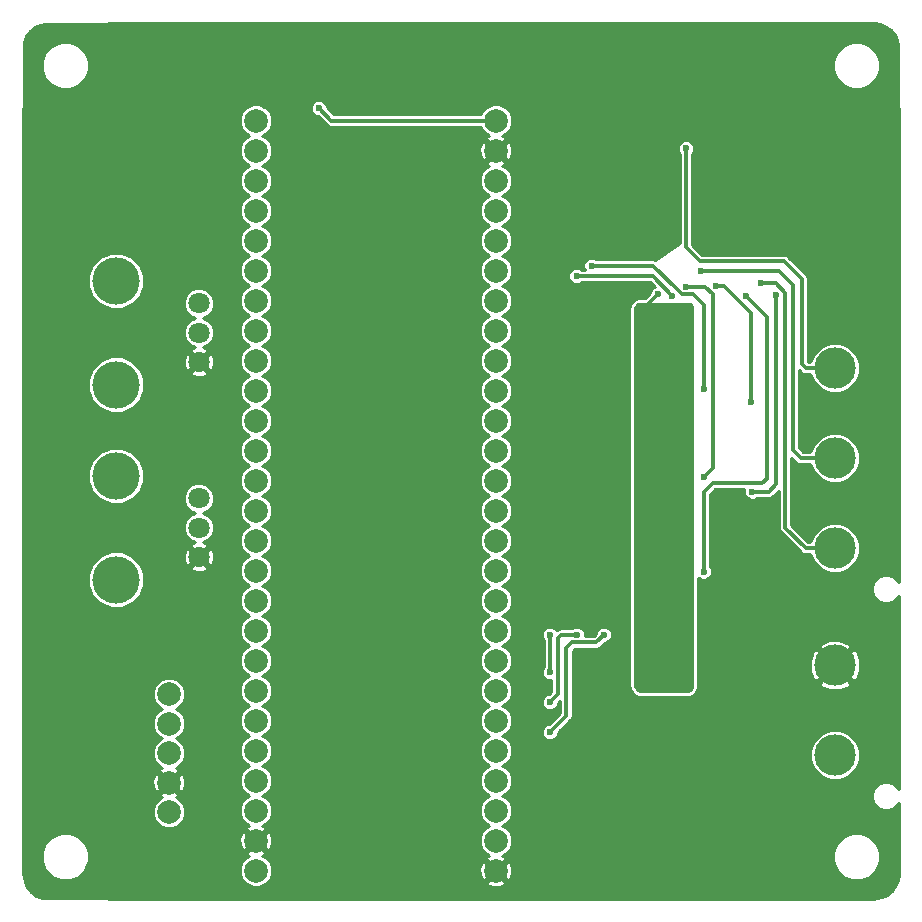
<source format=gbl>
G04 #@! TF.GenerationSoftware,KiCad,Pcbnew,(5.0.2)-1*
G04 #@! TF.CreationDate,2020-05-08T19:47:46+09:00*
G04 #@! TF.ProjectId,Sensorless_BLDC_Driver,53656e73-6f72-46c6-9573-735f424c4443,rev?*
G04 #@! TF.SameCoordinates,Original*
G04 #@! TF.FileFunction,Copper,L2,Bot*
G04 #@! TF.FilePolarity,Positive*
%FSLAX46Y46*%
G04 Gerber Fmt 4.6, Leading zero omitted, Abs format (unit mm)*
G04 Created by KiCad (PCBNEW (5.0.2)-1) date 2020/05/08 19:47:46*
%MOMM*%
%LPD*%
G01*
G04 APERTURE LIST*
G04 #@! TA.AperFunction,ComponentPad*
%ADD10C,2.000000*%
G04 #@! TD*
G04 #@! TA.AperFunction,ComponentPad*
%ADD11C,3.500000*%
G04 #@! TD*
G04 #@! TA.AperFunction,WasherPad*
%ADD12C,4.000000*%
G04 #@! TD*
G04 #@! TA.AperFunction,ComponentPad*
%ADD13C,1.800000*%
G04 #@! TD*
G04 #@! TA.AperFunction,ViaPad*
%ADD14C,0.600000*%
G04 #@! TD*
G04 #@! TA.AperFunction,Conductor*
%ADD15C,0.300000*%
G04 #@! TD*
G04 #@! TA.AperFunction,Conductor*
%ADD16C,0.254000*%
G04 #@! TD*
G04 APERTURE END LIST*
D10*
G04 #@! TO.P,U1,52*
G04 #@! TO.N,Net-(U1-Pad52)*
X177636000Y-149683000D03*
G04 #@! TO.P,U1,51*
G04 #@! TO.N,GND*
X177636000Y-147143000D03*
G04 #@! TO.P,U1,50*
G04 #@! TO.N,Net-(U1-Pad50)*
X177636000Y-144603000D03*
G04 #@! TO.P,U1,49*
G04 #@! TO.N,/Ch_A*
X177636000Y-142063000D03*
G04 #@! TO.P,U1,48*
G04 #@! TO.N,/Ch_B*
X177636000Y-139523000D03*
G04 #@! TO.P,U1,47*
G04 #@! TO.N,/Index*
X177636000Y-136983000D03*
G04 #@! TO.P,U1,46*
G04 #@! TO.N,Net-(U1-Pad46)*
X177636000Y-134443000D03*
G04 #@! TO.P,U1,45*
G04 #@! TO.N,/POT_2*
X177636000Y-131903000D03*
G04 #@! TO.P,U1,44*
G04 #@! TO.N,Net-(U1-Pad44)*
X177636000Y-129363000D03*
G04 #@! TO.P,U1,43*
G04 #@! TO.N,Net-(U1-Pad43)*
X177636000Y-126823000D03*
G04 #@! TO.P,U1,42*
G04 #@! TO.N,Net-(U1-Pad42)*
X177636000Y-124283000D03*
G04 #@! TO.P,U1,41*
G04 #@! TO.N,Net-(U1-Pad41)*
X177636000Y-121743000D03*
G04 #@! TO.P,U1,40*
G04 #@! TO.N,Net-(U1-Pad40)*
X177636000Y-119203000D03*
G04 #@! TO.P,U1,39*
G04 #@! TO.N,Net-(U1-Pad39)*
X177636000Y-116663000D03*
G04 #@! TO.P,U1,38*
G04 #@! TO.N,/POT_1*
X177636000Y-114123000D03*
G04 #@! TO.P,U1,37*
G04 #@! TO.N,Net-(U1-Pad37)*
X177636000Y-111583000D03*
G04 #@! TO.P,U1,36*
G04 #@! TO.N,Net-(U1-Pad36)*
X177636000Y-109043000D03*
G04 #@! TO.P,U1,35*
G04 #@! TO.N,Net-(U1-Pad35)*
X177636000Y-106503000D03*
G04 #@! TO.P,U1,34*
G04 #@! TO.N,/LIN_3*
X177636000Y-103963000D03*
G04 #@! TO.P,U1,33*
G04 #@! TO.N,/HIN_3*
X177636000Y-101423000D03*
G04 #@! TO.P,U1,32*
G04 #@! TO.N,/LIN_2*
X177636000Y-98883000D03*
G04 #@! TO.P,U1,31*
G04 #@! TO.N,/HIN_2*
X177636000Y-96343000D03*
G04 #@! TO.P,U1,30*
G04 #@! TO.N,/LIN_1*
X177636000Y-93803000D03*
G04 #@! TO.P,U1,29*
G04 #@! TO.N,/HIN_1*
X177636000Y-91263000D03*
G04 #@! TO.P,U1,28*
G04 #@! TO.N,Net-(U1-Pad28)*
X177636000Y-88723000D03*
G04 #@! TO.P,U1,26*
G04 #@! TO.N,GND*
X197956000Y-149683000D03*
G04 #@! TO.P,U1,25*
G04 #@! TO.N,Net-(U1-Pad25)*
X197956000Y-147143000D03*
G04 #@! TO.P,U1,24*
G04 #@! TO.N,/VS*
X197956000Y-144603000D03*
G04 #@! TO.P,U1,23*
G04 #@! TO.N,Net-(U1-Pad23)*
X197956000Y-142063000D03*
G04 #@! TO.P,U1,22*
G04 #@! TO.N,/BEMF_N*
X197956000Y-139523000D03*
G04 #@! TO.P,U1,21*
G04 #@! TO.N,/BEMF3*
X197956000Y-136983000D03*
G04 #@! TO.P,U1,20*
G04 #@! TO.N,/BEMF2*
X197956000Y-134443000D03*
G04 #@! TO.P,U1,19*
G04 #@! TO.N,/BEMF1*
X197956000Y-131903000D03*
G04 #@! TO.P,U1,18*
G04 #@! TO.N,Net-(U1-Pad18)*
X197956000Y-129363000D03*
G04 #@! TO.P,U1,17*
G04 #@! TO.N,Net-(U1-Pad17)*
X197956000Y-126823000D03*
G04 #@! TO.P,U1,16*
G04 #@! TO.N,Net-(U1-Pad16)*
X197956000Y-124283000D03*
G04 #@! TO.P,U1,15*
G04 #@! TO.N,/ISH_1*
X197956000Y-121743000D03*
G04 #@! TO.P,U1,14*
G04 #@! TO.N,/ISL_1*
X197956000Y-119203000D03*
G04 #@! TO.P,U1,13*
G04 #@! TO.N,/ISL_2*
X197956000Y-116663000D03*
G04 #@! TO.P,U1,12*
G04 #@! TO.N,/ISH_2*
X197956000Y-114123000D03*
G04 #@! TO.P,U1,11*
G04 #@! TO.N,/ISL_3*
X197956000Y-111583000D03*
G04 #@! TO.P,U1,10*
G04 #@! TO.N,/ISH_3*
X197956000Y-109043000D03*
G04 #@! TO.P,U1,9*
G04 #@! TO.N,Net-(U1-Pad9)*
X197956000Y-106503000D03*
G04 #@! TO.P,U1,8*
G04 #@! TO.N,Net-(U1-Pad8)*
X197956000Y-103963000D03*
G04 #@! TO.P,U1,7*
G04 #@! TO.N,Net-(U1-Pad7)*
X197956000Y-101423000D03*
G04 #@! TO.P,U1,6*
G04 #@! TO.N,Net-(U1-Pad6)*
X197956000Y-98883000D03*
G04 #@! TO.P,U1,5*
G04 #@! TO.N,Net-(U1-Pad5)*
X197956000Y-96343000D03*
G04 #@! TO.P,U1,4*
G04 #@! TO.N,Net-(U1-Pad4)*
X197956000Y-93803000D03*
G04 #@! TO.P,U1,3*
G04 #@! TO.N,Net-(U1-Pad3)*
X197956000Y-91263000D03*
G04 #@! TO.P,U1,2*
G04 #@! TO.N,GND*
X197956000Y-88723000D03*
G04 #@! TO.P,U1,27*
G04 #@! TO.N,Net-(U1-Pad27)*
X177636000Y-86183000D03*
G04 #@! TO.P,U1,1*
G04 #@! TO.N,+5V*
X197956000Y-86183000D03*
G04 #@! TD*
D11*
G04 #@! TO.P,J1,1*
G04 #@! TO.N,VDD*
X226658000Y-139904000D03*
G04 #@! TO.P,J1,2*
G04 #@! TO.N,GND*
X226658000Y-132284000D03*
G04 #@! TD*
G04 #@! TO.P,J2,3*
G04 #@! TO.N,MOTOR_W*
X226658000Y-107138000D03*
G04 #@! TO.P,J2,2*
G04 #@! TO.N,MOTOR_V*
X226658000Y-114758000D03*
G04 #@! TO.P,J2,1*
G04 #@! TO.N,MOTOR_U*
X226658000Y-122378000D03*
G04 #@! TD*
D10*
G04 #@! TO.P,J3,4*
G04 #@! TO.N,/Ch_B*
X170270000Y-137230000D03*
G04 #@! TO.P,J3,2*
G04 #@! TO.N,GND*
X170270000Y-142230000D03*
G04 #@! TO.P,J3,3*
G04 #@! TO.N,/Ch_A*
X170270000Y-139730000D03*
G04 #@! TO.P,J3,1*
G04 #@! TO.N,+5V*
X170270000Y-144730000D03*
G04 #@! TO.P,J3,5*
G04 #@! TO.N,/Index*
X170270000Y-134730000D03*
G04 #@! TD*
D12*
G04 #@! TO.P,RV1,*
G04 #@! TO.N,*
X165810000Y-99730000D03*
X165810000Y-108530000D03*
D13*
G04 #@! TO.P,RV1,1*
G04 #@! TO.N,+5V*
X172810000Y-101630000D03*
G04 #@! TO.P,RV1,2*
G04 #@! TO.N,/POT_1*
X172810000Y-104130000D03*
G04 #@! TO.P,RV1,3*
G04 #@! TO.N,GND*
X172810000Y-106630000D03*
G04 #@! TD*
G04 #@! TO.P,RV2,3*
G04 #@! TO.N,GND*
X172810000Y-123140000D03*
G04 #@! TO.P,RV2,2*
G04 #@! TO.N,/POT_2*
X172810000Y-120640000D03*
G04 #@! TO.P,RV2,1*
G04 #@! TO.N,+5V*
X172810000Y-118140000D03*
D12*
G04 #@! TO.P,RV2,*
G04 #@! TO.N,*
X165810000Y-125040000D03*
X165810000Y-116240000D03*
G04 #@! TD*
D14*
G04 #@! TO.N,VDD*
X213688238Y-103328000D03*
X213688238Y-102328000D03*
X213688238Y-104328000D03*
X212688238Y-104328000D03*
X212688238Y-103328000D03*
X212688238Y-102328000D03*
X211688238Y-102328000D03*
X211688238Y-103328000D03*
X211688238Y-104328000D03*
X210688238Y-104328000D03*
X210688238Y-103328000D03*
X210688238Y-102328000D03*
X213688238Y-109948000D03*
X213688238Y-110948000D03*
X212688238Y-111948000D03*
X212688238Y-110948000D03*
X212688238Y-109948000D03*
X211688238Y-109948000D03*
X211688238Y-110948000D03*
X211688238Y-111948000D03*
X210688238Y-111948000D03*
X210688238Y-110948000D03*
X210688238Y-109948000D03*
X213688238Y-111948000D03*
X213688238Y-117568000D03*
X213688238Y-118568000D03*
X213688238Y-119568000D03*
X212688238Y-119568000D03*
X212688238Y-118568000D03*
X212688238Y-117568000D03*
X211688238Y-117568000D03*
X211688238Y-118568000D03*
X211688238Y-119568000D03*
X210688238Y-119568000D03*
X210688238Y-118568000D03*
X210688238Y-117568000D03*
X213688238Y-130568000D03*
X213688238Y-131568000D03*
X213688238Y-132568000D03*
X213688238Y-133568000D03*
X212688238Y-133568000D03*
X212688238Y-132568000D03*
X212688238Y-131568000D03*
X212688238Y-130568000D03*
X211688238Y-130568000D03*
X211688238Y-132568000D03*
X211688238Y-131568000D03*
X211688238Y-133568000D03*
X210688238Y-133568000D03*
X210688238Y-132568000D03*
X210688238Y-131568000D03*
X210688238Y-130568000D03*
X211672000Y-100868000D03*
G04 #@! TO.N,GND*
X199226000Y-133126000D03*
X199226000Y-135666000D03*
X199226000Y-138206000D03*
X203544000Y-137952000D03*
X203036000Y-136174000D03*
X207100000Y-126776000D03*
X204814000Y-126776000D03*
X201766000Y-122204000D03*
X204052000Y-122458000D03*
X208624000Y-123982000D03*
X205576000Y-123982000D03*
X205830000Y-117171000D03*
X205830000Y-118695000D03*
X204814000Y-117171000D03*
X204814000Y-118695000D03*
X203798000Y-118695000D03*
X203798000Y-117171000D03*
X202782000Y-117171000D03*
X202782000Y-118695000D03*
X201766000Y-118695000D03*
X201766000Y-117171000D03*
X200750000Y-117171000D03*
X200750000Y-118695000D03*
X199734000Y-118695000D03*
X199734000Y-117171000D03*
X205830000Y-117933000D03*
X204814000Y-117933000D03*
X203798000Y-117933000D03*
X202782000Y-117933000D03*
X201766000Y-117933000D03*
X200750000Y-117933000D03*
X199734000Y-117933000D03*
X206846000Y-117171000D03*
X206846000Y-117933000D03*
X206846000Y-118695000D03*
X207862000Y-117171000D03*
X207862000Y-116155000D03*
X200750000Y-112091000D03*
X199734000Y-112853000D03*
X201766000Y-113615000D03*
X200750000Y-112853000D03*
X203798000Y-112091000D03*
X200750000Y-113615000D03*
X201766000Y-112091000D03*
X202782000Y-112091000D03*
X199734000Y-113615000D03*
X203798000Y-113615000D03*
X201766000Y-112853000D03*
X202782000Y-112853000D03*
X199734000Y-112091000D03*
X202782000Y-113615000D03*
X203798000Y-112853000D03*
X208370000Y-110012000D03*
X204306000Y-108234000D03*
X202020000Y-108742000D03*
X199480000Y-107980000D03*
X206338000Y-106456000D03*
X208878000Y-104424000D03*
X226150000Y-126522000D03*
X230468000Y-123982000D03*
X215482000Y-127538000D03*
X215482000Y-129570000D03*
X215482000Y-131856000D03*
X215482000Y-134142000D03*
X220308000Y-136428000D03*
X224372000Y-136428000D03*
X228690000Y-136428000D03*
X230000000Y-85000000D03*
X230000000Y-90000000D03*
X230000000Y-95000000D03*
X230000000Y-100000000D03*
X230000000Y-105000000D03*
X230000000Y-145000000D03*
X225000000Y-150000000D03*
X230000000Y-135000000D03*
X230000000Y-127500000D03*
X217500000Y-150000000D03*
X210000000Y-150000000D03*
X205000000Y-150000000D03*
X200000000Y-150000000D03*
X195000000Y-150000000D03*
X190000000Y-150000000D03*
X185000000Y-150000000D03*
X180000000Y-150000000D03*
X175000000Y-150000000D03*
X170000000Y-150000000D03*
X165000000Y-150000000D03*
X160000000Y-145000000D03*
X160000000Y-140000000D03*
X160000000Y-135000000D03*
X160000000Y-130000000D03*
X160000000Y-125000000D03*
X160000000Y-120000000D03*
X160000000Y-115000000D03*
X160000000Y-110000000D03*
X160000000Y-105000000D03*
X160000000Y-100000000D03*
X160000000Y-95000000D03*
X160000000Y-90000000D03*
X160000000Y-85000000D03*
X165000000Y-80000000D03*
X170000000Y-80000000D03*
X175000000Y-80000000D03*
X180000000Y-80000000D03*
X185000000Y-80000000D03*
X225000000Y-80000000D03*
X215228000Y-89692000D03*
X218276000Y-92486000D03*
X222340000Y-88422000D03*
X223864000Y-94010000D03*
X224880000Y-101884000D03*
X220562000Y-127538000D03*
X230468000Y-115854000D03*
X208624000Y-129824000D03*
X208624000Y-141254000D03*
X199734000Y-143794000D03*
X199734000Y-140492000D03*
X208624000Y-143286000D03*
X199734000Y-145826000D03*
X203290000Y-144810000D03*
X204560000Y-139476000D03*
X205576000Y-131348000D03*
X201512000Y-130586000D03*
X202528000Y-126522000D03*
X208624000Y-134904000D03*
X205322000Y-135412000D03*
X221578000Y-145572000D03*
X223864000Y-145572000D03*
X215482000Y-145572000D03*
X209640000Y-145572000D03*
X210402000Y-97566000D03*
X208370000Y-97566000D03*
X208370000Y-100360000D03*
X210402000Y-100106000D03*
X210402000Y-87152000D03*
X210402000Y-83342000D03*
X204560000Y-88676000D03*
X204306000Y-83088000D03*
X202274000Y-91724000D03*
X202274000Y-95534000D03*
X203290000Y-100106000D03*
X198464000Y-83342000D03*
X192876000Y-83342000D03*
X188812000Y-83596000D03*
X188812000Y-87660000D03*
X196178000Y-87406000D03*
X188812000Y-92232000D03*
X188812000Y-97058000D03*
X187288000Y-103154000D03*
X179414000Y-105186000D03*
X173826000Y-85882000D03*
X180938000Y-84866000D03*
X183478000Y-87152000D03*
X179160000Y-90200000D03*
X173826000Y-91470000D03*
X173826000Y-95534000D03*
X173826000Y-100106000D03*
X174080000Y-102900000D03*
X176112000Y-102900000D03*
X171286000Y-104678000D03*
X174080000Y-105440000D03*
X171286000Y-108742000D03*
X174080000Y-108742000D03*
X171032000Y-113060000D03*
X174080000Y-113060000D03*
X172048000Y-116108000D03*
X176112000Y-115600000D03*
X174080000Y-119410000D03*
X176366000Y-120426000D03*
X171286000Y-120934000D03*
X174080000Y-122204000D03*
X170016000Y-123982000D03*
X174334000Y-123982000D03*
X170016000Y-126522000D03*
X174334000Y-127030000D03*
X170016000Y-130332000D03*
X174842000Y-131094000D03*
X175858000Y-133888000D03*
X168746000Y-135920000D03*
X168746000Y-139476000D03*
X168746000Y-143286000D03*
X171794000Y-141000000D03*
X172048000Y-143540000D03*
X175604000Y-141762000D03*
X175604000Y-146080000D03*
X172302000Y-133888000D03*
X167730000Y-129570000D03*
X166714000Y-135920000D03*
X166206000Y-142270000D03*
X168746000Y-146080000D03*
X167730000Y-121696000D03*
X170778000Y-118140000D03*
X169254000Y-112044000D03*
X169254000Y-106202000D03*
X171032000Y-101630000D03*
X171032000Y-96804000D03*
X171032000Y-91978000D03*
X171032000Y-87406000D03*
X172556000Y-83596000D03*
X177382000Y-82580000D03*
X182970000Y-83342000D03*
G04 #@! TO.N,MOTOR_U*
X220404000Y-99970000D03*
G04 #@! TO.N,MOTOR_V*
X215324000Y-98954000D03*
G04 #@! TO.N,MOTOR_W*
X214054000Y-88540000D03*
G04 #@! TO.N,Net-(Q1-Pad4)*
X221676238Y-100956000D03*
X219644238Y-117593000D03*
G04 #@! TO.N,Net-(Q2-Pad4)*
X219114238Y-101001000D03*
X215558238Y-124369000D03*
G04 #@! TO.N,Net-(Q3-Pad4)*
X216596238Y-100194000D03*
X219517238Y-109973000D03*
G04 #@! TO.N,Net-(Q4-Pad4)*
X214034238Y-100239000D03*
X215558238Y-116368000D03*
G04 #@! TO.N,Net-(Q5-Pad4)*
X212891238Y-101001000D03*
X204783000Y-99335000D03*
G04 #@! TO.N,Net-(Q6-Pad4)*
X215558238Y-108875000D03*
X206053000Y-98461000D03*
G04 #@! TO.N,+5V*
X182970000Y-85120000D03*
G04 #@! TO.N,Net-(R20-Pad1)*
X202528000Y-129697000D03*
X202528000Y-132872000D03*
G04 #@! TO.N,Net-(R21-Pad1)*
X204814000Y-129697000D03*
X202528000Y-135412000D03*
G04 #@! TO.N,Net-(R22-Pad1)*
X202528000Y-137952000D03*
X207100000Y-129697000D03*
G04 #@! TD*
D15*
G04 #@! TO.N,VDD*
X210688238Y-102328000D02*
X210688238Y-101851762D01*
X210688238Y-101851762D02*
X211672000Y-100868000D01*
G04 #@! TO.N,MOTOR_U*
X224183127Y-122378000D02*
X222436000Y-120630873D01*
X226658000Y-122378000D02*
X224183127Y-122378000D01*
X221652240Y-99970000D02*
X220404000Y-99970000D01*
X222436000Y-120630873D02*
X222436000Y-100753760D01*
X222436000Y-100753760D02*
X221652240Y-99970000D01*
G04 #@! TO.N,MOTOR_V*
X223762000Y-114758000D02*
X226658000Y-114758000D01*
X223071000Y-114067000D02*
X223762000Y-114758000D01*
X223071000Y-100097000D02*
X223071000Y-114067000D01*
X215324000Y-98954000D02*
X221928000Y-98954000D01*
X221928000Y-98954000D02*
X223071000Y-100097000D01*
G04 #@! TO.N,MOTOR_W*
X224183127Y-107138000D02*
X226658000Y-107138000D01*
X214054000Y-96922000D02*
X215197000Y-98065000D01*
X215197000Y-98065000D02*
X222309000Y-98065000D01*
X222309000Y-98065000D02*
X223833000Y-99589000D01*
X223833000Y-99589000D02*
X223833000Y-106787873D01*
X223833000Y-106787873D02*
X224183127Y-107138000D01*
X214054000Y-88794000D02*
X214054000Y-96922000D01*
X214054000Y-88794000D02*
X214054000Y-88540000D01*
G04 #@! TO.N,Net-(Q1-Pad4)*
X221676238Y-116981000D02*
X221064238Y-117593000D01*
X221041238Y-117593000D02*
X219644238Y-117593000D01*
X221064238Y-117593000D02*
X221041238Y-117593000D01*
X221676238Y-100956000D02*
X221676238Y-116981000D01*
G04 #@! TO.N,Net-(Q2-Pad4)*
X220892238Y-102779000D02*
X219114238Y-101001000D01*
X220892238Y-116495000D02*
X220892238Y-102779000D01*
X220511238Y-116876000D02*
X220892238Y-116495000D01*
X216320238Y-116876000D02*
X220511238Y-116876000D01*
X215558238Y-124369000D02*
X215558238Y-117638000D01*
X215558238Y-117638000D02*
X216320238Y-116876000D01*
G04 #@! TO.N,Net-(Q3-Pad4)*
X217231238Y-100194000D02*
X219517238Y-102480000D01*
X219517238Y-102480000D02*
X219517238Y-109973000D01*
X216596238Y-100194000D02*
X217231238Y-100194000D01*
G04 #@! TO.N,Net-(Q4-Pad4)*
X214034238Y-100239000D02*
X215685238Y-100239000D01*
X215685238Y-100239000D02*
X216320238Y-100874000D01*
X216320238Y-115606000D02*
X215558238Y-116368000D01*
X216320238Y-100874000D02*
X216320238Y-115606000D01*
G04 #@! TO.N,Net-(Q5-Pad4)*
X211225238Y-99335000D02*
X212891238Y-101001000D01*
X204783000Y-99335000D02*
X211225238Y-99335000D01*
G04 #@! TO.N,Net-(Q6-Pad4)*
X213199236Y-100366000D02*
X213018238Y-100185002D01*
X211294236Y-98461000D02*
X213199236Y-100366000D01*
X213722237Y-100889001D02*
X213199236Y-100366000D01*
X215558238Y-102017000D02*
X215558238Y-101763000D01*
X215558238Y-108875000D02*
X215558238Y-102017000D01*
X215558238Y-101763000D02*
X214684239Y-100889001D01*
X214684239Y-100889001D02*
X213722237Y-100889001D01*
X211294236Y-98461000D02*
X206053000Y-98461000D01*
G04 #@! TO.N,+5V*
X197956000Y-86183000D02*
X184033000Y-86183000D01*
X184033000Y-86183000D02*
X182970000Y-85120000D01*
G04 #@! TO.N,Net-(R20-Pad1)*
X202528000Y-129697000D02*
X202528000Y-132872000D01*
G04 #@! TO.N,Net-(R21-Pad1)*
X203178001Y-134761999D02*
X202528000Y-135412000D01*
X203178001Y-130009001D02*
X203178001Y-134761999D01*
X203490002Y-129697000D02*
X203178001Y-130009001D01*
X204814000Y-129697000D02*
X203490002Y-129697000D01*
G04 #@! TO.N,Net-(R22-Pad1)*
X202528000Y-137952000D02*
X203925000Y-136555000D01*
X203925000Y-136555000D02*
X203925000Y-130840000D01*
X204417999Y-130347001D02*
X203925000Y-130840000D01*
X206449999Y-130347001D02*
X204417999Y-130347001D01*
X207100000Y-129697000D02*
X206449999Y-130347001D01*
G04 #@! TD*
D16*
G04 #@! TO.N,VDD*
G36*
X212755779Y-101682000D02*
X213026697Y-101682000D01*
X213038768Y-101677000D01*
X214203279Y-101677000D01*
X214404259Y-101730852D01*
X214539148Y-101865741D01*
X214593000Y-102066721D01*
X214593000Y-134053279D01*
X214539148Y-134254259D01*
X214404259Y-134389148D01*
X214203279Y-134443000D01*
X210156721Y-134443000D01*
X209955741Y-134389148D01*
X209820852Y-134254259D01*
X209767000Y-134053279D01*
X209767000Y-102066721D01*
X209820852Y-101865741D01*
X209955741Y-101730852D01*
X210156721Y-101677000D01*
X212743708Y-101677000D01*
X212755779Y-101682000D01*
X212755779Y-101682000D01*
G37*
X212755779Y-101682000D02*
X213026697Y-101682000D01*
X213038768Y-101677000D01*
X214203279Y-101677000D01*
X214404259Y-101730852D01*
X214539148Y-101865741D01*
X214593000Y-102066721D01*
X214593000Y-134053279D01*
X214539148Y-134254259D01*
X214404259Y-134389148D01*
X214203279Y-134443000D01*
X210156721Y-134443000D01*
X209955741Y-134389148D01*
X209820852Y-134254259D01*
X209767000Y-134053279D01*
X209767000Y-102066721D01*
X209820852Y-101865741D01*
X209955741Y-101730852D01*
X210156721Y-101677000D01*
X212743708Y-101677000D01*
X212755779Y-101682000D01*
G04 #@! TO.N,GND*
G36*
X230507420Y-78023726D02*
X230982957Y-78212004D01*
X231396735Y-78512631D01*
X231722746Y-78906711D01*
X231940513Y-79369492D01*
X232035719Y-79868577D01*
X232019000Y-79952628D01*
X232019001Y-85047373D01*
X232044000Y-85173052D01*
X232044001Y-125243026D01*
X232009203Y-125159017D01*
X231676983Y-124826797D01*
X231242915Y-124647000D01*
X230773085Y-124647000D01*
X230339017Y-124826797D01*
X230006797Y-125159017D01*
X229827000Y-125593085D01*
X229827000Y-126062915D01*
X230006797Y-126496983D01*
X230339017Y-126829203D01*
X230773085Y-127009000D01*
X231242915Y-127009000D01*
X231676983Y-126829203D01*
X232009203Y-126496983D01*
X232044001Y-126412974D01*
X232044001Y-142769026D01*
X232009203Y-142685017D01*
X231676983Y-142352797D01*
X231242915Y-142173000D01*
X230773085Y-142173000D01*
X230339017Y-142352797D01*
X230006797Y-142685017D01*
X229827000Y-143119085D01*
X229827000Y-143588915D01*
X230006797Y-144022983D01*
X230339017Y-144355203D01*
X230773085Y-144535000D01*
X231242915Y-144535000D01*
X231676983Y-144355203D01*
X232009203Y-144022983D01*
X232044001Y-143938973D01*
X232044001Y-149971306D01*
X231976274Y-150507420D01*
X231787995Y-150982958D01*
X231487371Y-151396733D01*
X231093288Y-151722747D01*
X230630512Y-151940512D01*
X230106782Y-152040419D01*
X229992837Y-152044000D01*
X165173057Y-152044000D01*
X165047373Y-152019000D01*
X159952627Y-152019000D01*
X159905303Y-152028413D01*
X159492580Y-151976274D01*
X159017042Y-151787995D01*
X158603267Y-151487371D01*
X158277253Y-151093288D01*
X158059488Y-150630512D01*
X157959581Y-150106782D01*
X157956000Y-149992837D01*
X157956000Y-148105955D01*
X159519000Y-148105955D01*
X159519000Y-148894045D01*
X159820589Y-149622146D01*
X160377854Y-150179411D01*
X161105955Y-150481000D01*
X161894045Y-150481000D01*
X162622146Y-150179411D01*
X163179411Y-149622146D01*
X163267987Y-149408302D01*
X176255000Y-149408302D01*
X176255000Y-149957698D01*
X176465245Y-150465273D01*
X176853727Y-150853755D01*
X177361302Y-151064000D01*
X177910698Y-151064000D01*
X178418273Y-150853755D01*
X178575286Y-150696742D01*
X197121863Y-150696742D01*
X197234485Y-150892146D01*
X197752126Y-151076217D01*
X198300806Y-151048184D01*
X198677515Y-150892146D01*
X198790137Y-150696742D01*
X197956000Y-149862605D01*
X197121863Y-150696742D01*
X178575286Y-150696742D01*
X178806755Y-150465273D01*
X179017000Y-149957698D01*
X179017000Y-149479126D01*
X196562783Y-149479126D01*
X196590816Y-150027806D01*
X196746854Y-150404515D01*
X196942258Y-150517137D01*
X197776395Y-149683000D01*
X198135605Y-149683000D01*
X198969742Y-150517137D01*
X199165146Y-150404515D01*
X199349217Y-149886874D01*
X199321184Y-149338194D01*
X199165146Y-148961485D01*
X198969742Y-148848863D01*
X198135605Y-149683000D01*
X197776395Y-149683000D01*
X196942258Y-148848863D01*
X196746854Y-148961485D01*
X196562783Y-149479126D01*
X179017000Y-149479126D01*
X179017000Y-149408302D01*
X178806755Y-148900727D01*
X178418273Y-148512245D01*
X178194638Y-148419612D01*
X178357515Y-148352146D01*
X178470137Y-148156742D01*
X177636000Y-147322605D01*
X176801863Y-148156742D01*
X176914485Y-148352146D01*
X177089765Y-148414475D01*
X176853727Y-148512245D01*
X176465245Y-148900727D01*
X176255000Y-149408302D01*
X163267987Y-149408302D01*
X163481000Y-148894045D01*
X163481000Y-148105955D01*
X163179411Y-147377854D01*
X162740683Y-146939126D01*
X176242783Y-146939126D01*
X176270816Y-147487806D01*
X176426854Y-147864515D01*
X176622258Y-147977137D01*
X177456395Y-147143000D01*
X177815605Y-147143000D01*
X178649742Y-147977137D01*
X178845146Y-147864515D01*
X179029217Y-147346874D01*
X179001184Y-146798194D01*
X178845146Y-146421485D01*
X178649742Y-146308863D01*
X177815605Y-147143000D01*
X177456395Y-147143000D01*
X176622258Y-146308863D01*
X176426854Y-146421485D01*
X176242783Y-146939126D01*
X162740683Y-146939126D01*
X162622146Y-146820589D01*
X161894045Y-146519000D01*
X161105955Y-146519000D01*
X160377854Y-146820589D01*
X159820589Y-147377854D01*
X159519000Y-148105955D01*
X157956000Y-148105955D01*
X157956000Y-144455302D01*
X168889000Y-144455302D01*
X168889000Y-145004698D01*
X169099245Y-145512273D01*
X169487727Y-145900755D01*
X169995302Y-146111000D01*
X170544698Y-146111000D01*
X171052273Y-145900755D01*
X171440755Y-145512273D01*
X171651000Y-145004698D01*
X171651000Y-144455302D01*
X171440755Y-143947727D01*
X171052273Y-143559245D01*
X170876922Y-143486612D01*
X170991515Y-143439146D01*
X171104137Y-143243742D01*
X170270000Y-142409605D01*
X169435863Y-143243742D01*
X169548485Y-143439146D01*
X169671804Y-143482998D01*
X169487727Y-143559245D01*
X169099245Y-143947727D01*
X168889000Y-144455302D01*
X157956000Y-144455302D01*
X157956000Y-142026126D01*
X168876783Y-142026126D01*
X168904816Y-142574806D01*
X169060854Y-142951515D01*
X169256258Y-143064137D01*
X170090395Y-142230000D01*
X170449605Y-142230000D01*
X171283742Y-143064137D01*
X171479146Y-142951515D01*
X171663217Y-142433874D01*
X171635184Y-141885194D01*
X171479146Y-141508485D01*
X171283742Y-141395863D01*
X170449605Y-142230000D01*
X170090395Y-142230000D01*
X169256258Y-141395863D01*
X169060854Y-141508485D01*
X168876783Y-142026126D01*
X157956000Y-142026126D01*
X157956000Y-134455302D01*
X168889000Y-134455302D01*
X168889000Y-135004698D01*
X169099245Y-135512273D01*
X169487727Y-135900755D01*
X169679041Y-135980000D01*
X169487727Y-136059245D01*
X169099245Y-136447727D01*
X168889000Y-136955302D01*
X168889000Y-137504698D01*
X169099245Y-138012273D01*
X169487727Y-138400755D01*
X169679041Y-138480000D01*
X169487727Y-138559245D01*
X169099245Y-138947727D01*
X168889000Y-139455302D01*
X168889000Y-140004698D01*
X169099245Y-140512273D01*
X169487727Y-140900755D01*
X169663078Y-140973388D01*
X169548485Y-141020854D01*
X169435863Y-141216258D01*
X170270000Y-142050395D01*
X171104137Y-141216258D01*
X170991515Y-141020854D01*
X170868196Y-140977002D01*
X171052273Y-140900755D01*
X171440755Y-140512273D01*
X171651000Y-140004698D01*
X171651000Y-139455302D01*
X171440755Y-138947727D01*
X171052273Y-138559245D01*
X170860959Y-138480000D01*
X171052273Y-138400755D01*
X171440755Y-138012273D01*
X171651000Y-137504698D01*
X171651000Y-136955302D01*
X171440755Y-136447727D01*
X171052273Y-136059245D01*
X170860959Y-135980000D01*
X171052273Y-135900755D01*
X171440755Y-135512273D01*
X171651000Y-135004698D01*
X171651000Y-134455302D01*
X171440755Y-133947727D01*
X171052273Y-133559245D01*
X170544698Y-133349000D01*
X169995302Y-133349000D01*
X169487727Y-133559245D01*
X169099245Y-133947727D01*
X168889000Y-134455302D01*
X157956000Y-134455302D01*
X157956000Y-124566390D01*
X163429000Y-124566390D01*
X163429000Y-125513610D01*
X163791485Y-126388728D01*
X164461272Y-127058515D01*
X165336390Y-127421000D01*
X166283610Y-127421000D01*
X167158728Y-127058515D01*
X167828515Y-126388728D01*
X168191000Y-125513610D01*
X168191000Y-124566390D01*
X167990061Y-124081277D01*
X172048328Y-124081277D01*
X172148679Y-124266296D01*
X172630034Y-124433638D01*
X173138787Y-124404036D01*
X173471321Y-124266296D01*
X173571672Y-124081277D01*
X172810000Y-123319605D01*
X172048328Y-124081277D01*
X167990061Y-124081277D01*
X167828515Y-123691272D01*
X167158728Y-123021485D01*
X167010372Y-122960034D01*
X171516362Y-122960034D01*
X171545964Y-123468787D01*
X171683704Y-123801321D01*
X171868723Y-123901672D01*
X172630395Y-123140000D01*
X172989605Y-123140000D01*
X173751277Y-123901672D01*
X173936296Y-123801321D01*
X174103638Y-123319966D01*
X174074036Y-122811213D01*
X173936296Y-122478679D01*
X173751277Y-122378328D01*
X172989605Y-123140000D01*
X172630395Y-123140000D01*
X171868723Y-122378328D01*
X171683704Y-122478679D01*
X171516362Y-122960034D01*
X167010372Y-122960034D01*
X166283610Y-122659000D01*
X165336390Y-122659000D01*
X164461272Y-123021485D01*
X163791485Y-123691272D01*
X163429000Y-124566390D01*
X157956000Y-124566390D01*
X157956000Y-115766390D01*
X163429000Y-115766390D01*
X163429000Y-116713610D01*
X163791485Y-117588728D01*
X164461272Y-118258515D01*
X165336390Y-118621000D01*
X166283610Y-118621000D01*
X167158728Y-118258515D01*
X167532050Y-117885193D01*
X171529000Y-117885193D01*
X171529000Y-118394807D01*
X171724021Y-118865628D01*
X172084372Y-119225979D01*
X172480353Y-119390000D01*
X172084372Y-119554021D01*
X171724021Y-119914372D01*
X171529000Y-120385193D01*
X171529000Y-120894807D01*
X171724021Y-121365628D01*
X172084372Y-121725979D01*
X172463840Y-121883160D01*
X172148679Y-122013704D01*
X172048328Y-122198723D01*
X172810000Y-122960395D01*
X173571672Y-122198723D01*
X173471321Y-122013704D01*
X173128624Y-121894566D01*
X173535628Y-121725979D01*
X173895979Y-121365628D01*
X174091000Y-120894807D01*
X174091000Y-120385193D01*
X173895979Y-119914372D01*
X173535628Y-119554021D01*
X173139647Y-119390000D01*
X173535628Y-119225979D01*
X173895979Y-118865628D01*
X174091000Y-118394807D01*
X174091000Y-117885193D01*
X173895979Y-117414372D01*
X173535628Y-117054021D01*
X173064807Y-116859000D01*
X172555193Y-116859000D01*
X172084372Y-117054021D01*
X171724021Y-117414372D01*
X171529000Y-117885193D01*
X167532050Y-117885193D01*
X167828515Y-117588728D01*
X168191000Y-116713610D01*
X168191000Y-115766390D01*
X167828515Y-114891272D01*
X167158728Y-114221485D01*
X166283610Y-113859000D01*
X165336390Y-113859000D01*
X164461272Y-114221485D01*
X163791485Y-114891272D01*
X163429000Y-115766390D01*
X157956000Y-115766390D01*
X157956000Y-108056390D01*
X163429000Y-108056390D01*
X163429000Y-109003610D01*
X163791485Y-109878728D01*
X164461272Y-110548515D01*
X165336390Y-110911000D01*
X166283610Y-110911000D01*
X167158728Y-110548515D01*
X167828515Y-109878728D01*
X168191000Y-109003610D01*
X168191000Y-108056390D01*
X167990061Y-107571277D01*
X172048328Y-107571277D01*
X172148679Y-107756296D01*
X172630034Y-107923638D01*
X173138787Y-107894036D01*
X173471321Y-107756296D01*
X173571672Y-107571277D01*
X172810000Y-106809605D01*
X172048328Y-107571277D01*
X167990061Y-107571277D01*
X167828515Y-107181272D01*
X167158728Y-106511485D01*
X167010372Y-106450034D01*
X171516362Y-106450034D01*
X171545964Y-106958787D01*
X171683704Y-107291321D01*
X171868723Y-107391672D01*
X172630395Y-106630000D01*
X172989605Y-106630000D01*
X173751277Y-107391672D01*
X173936296Y-107291321D01*
X174103638Y-106809966D01*
X174074036Y-106301213D01*
X173936296Y-105968679D01*
X173751277Y-105868328D01*
X172989605Y-106630000D01*
X172630395Y-106630000D01*
X171868723Y-105868328D01*
X171683704Y-105968679D01*
X171516362Y-106450034D01*
X167010372Y-106450034D01*
X166283610Y-106149000D01*
X165336390Y-106149000D01*
X164461272Y-106511485D01*
X163791485Y-107181272D01*
X163429000Y-108056390D01*
X157956000Y-108056390D01*
X157956000Y-99256390D01*
X163429000Y-99256390D01*
X163429000Y-100203610D01*
X163791485Y-101078728D01*
X164461272Y-101748515D01*
X165336390Y-102111000D01*
X166283610Y-102111000D01*
X167158728Y-101748515D01*
X167532050Y-101375193D01*
X171529000Y-101375193D01*
X171529000Y-101884807D01*
X171724021Y-102355628D01*
X172084372Y-102715979D01*
X172480353Y-102880000D01*
X172084372Y-103044021D01*
X171724021Y-103404372D01*
X171529000Y-103875193D01*
X171529000Y-104384807D01*
X171724021Y-104855628D01*
X172084372Y-105215979D01*
X172463840Y-105373160D01*
X172148679Y-105503704D01*
X172048328Y-105688723D01*
X172810000Y-106450395D01*
X173571672Y-105688723D01*
X173471321Y-105503704D01*
X173128624Y-105384566D01*
X173535628Y-105215979D01*
X173895979Y-104855628D01*
X174091000Y-104384807D01*
X174091000Y-103875193D01*
X173895979Y-103404372D01*
X173535628Y-103044021D01*
X173139647Y-102880000D01*
X173535628Y-102715979D01*
X173895979Y-102355628D01*
X174091000Y-101884807D01*
X174091000Y-101375193D01*
X173895979Y-100904372D01*
X173535628Y-100544021D01*
X173064807Y-100349000D01*
X172555193Y-100349000D01*
X172084372Y-100544021D01*
X171724021Y-100904372D01*
X171529000Y-101375193D01*
X167532050Y-101375193D01*
X167828515Y-101078728D01*
X168191000Y-100203610D01*
X168191000Y-99256390D01*
X167828515Y-98381272D01*
X167158728Y-97711485D01*
X166283610Y-97349000D01*
X165336390Y-97349000D01*
X164461272Y-97711485D01*
X163791485Y-98381272D01*
X163429000Y-99256390D01*
X157956000Y-99256390D01*
X157956000Y-85908302D01*
X176255000Y-85908302D01*
X176255000Y-86457698D01*
X176465245Y-86965273D01*
X176853727Y-87353755D01*
X177093325Y-87453000D01*
X176853727Y-87552245D01*
X176465245Y-87940727D01*
X176255000Y-88448302D01*
X176255000Y-88997698D01*
X176465245Y-89505273D01*
X176853727Y-89893755D01*
X177093325Y-89993000D01*
X176853727Y-90092245D01*
X176465245Y-90480727D01*
X176255000Y-90988302D01*
X176255000Y-91537698D01*
X176465245Y-92045273D01*
X176853727Y-92433755D01*
X177093325Y-92533000D01*
X176853727Y-92632245D01*
X176465245Y-93020727D01*
X176255000Y-93528302D01*
X176255000Y-94077698D01*
X176465245Y-94585273D01*
X176853727Y-94973755D01*
X177093325Y-95073000D01*
X176853727Y-95172245D01*
X176465245Y-95560727D01*
X176255000Y-96068302D01*
X176255000Y-96617698D01*
X176465245Y-97125273D01*
X176853727Y-97513755D01*
X177093325Y-97613000D01*
X176853727Y-97712245D01*
X176465245Y-98100727D01*
X176255000Y-98608302D01*
X176255000Y-99157698D01*
X176465245Y-99665273D01*
X176853727Y-100053755D01*
X177093325Y-100153000D01*
X176853727Y-100252245D01*
X176465245Y-100640727D01*
X176255000Y-101148302D01*
X176255000Y-101697698D01*
X176465245Y-102205273D01*
X176853727Y-102593755D01*
X177093325Y-102693000D01*
X176853727Y-102792245D01*
X176465245Y-103180727D01*
X176255000Y-103688302D01*
X176255000Y-104237698D01*
X176465245Y-104745273D01*
X176853727Y-105133755D01*
X177093325Y-105233000D01*
X176853727Y-105332245D01*
X176465245Y-105720727D01*
X176255000Y-106228302D01*
X176255000Y-106777698D01*
X176465245Y-107285273D01*
X176853727Y-107673755D01*
X177093325Y-107773000D01*
X176853727Y-107872245D01*
X176465245Y-108260727D01*
X176255000Y-108768302D01*
X176255000Y-109317698D01*
X176465245Y-109825273D01*
X176853727Y-110213755D01*
X177093325Y-110313000D01*
X176853727Y-110412245D01*
X176465245Y-110800727D01*
X176255000Y-111308302D01*
X176255000Y-111857698D01*
X176465245Y-112365273D01*
X176853727Y-112753755D01*
X177093325Y-112853000D01*
X176853727Y-112952245D01*
X176465245Y-113340727D01*
X176255000Y-113848302D01*
X176255000Y-114397698D01*
X176465245Y-114905273D01*
X176853727Y-115293755D01*
X177093325Y-115393000D01*
X176853727Y-115492245D01*
X176465245Y-115880727D01*
X176255000Y-116388302D01*
X176255000Y-116937698D01*
X176465245Y-117445273D01*
X176853727Y-117833755D01*
X177093325Y-117933000D01*
X176853727Y-118032245D01*
X176465245Y-118420727D01*
X176255000Y-118928302D01*
X176255000Y-119477698D01*
X176465245Y-119985273D01*
X176853727Y-120373755D01*
X177093325Y-120473000D01*
X176853727Y-120572245D01*
X176465245Y-120960727D01*
X176255000Y-121468302D01*
X176255000Y-122017698D01*
X176465245Y-122525273D01*
X176853727Y-122913755D01*
X177093325Y-123013000D01*
X176853727Y-123112245D01*
X176465245Y-123500727D01*
X176255000Y-124008302D01*
X176255000Y-124557698D01*
X176465245Y-125065273D01*
X176853727Y-125453755D01*
X177093325Y-125553000D01*
X176853727Y-125652245D01*
X176465245Y-126040727D01*
X176255000Y-126548302D01*
X176255000Y-127097698D01*
X176465245Y-127605273D01*
X176853727Y-127993755D01*
X177093325Y-128093000D01*
X176853727Y-128192245D01*
X176465245Y-128580727D01*
X176255000Y-129088302D01*
X176255000Y-129637698D01*
X176465245Y-130145273D01*
X176853727Y-130533755D01*
X177093325Y-130633000D01*
X176853727Y-130732245D01*
X176465245Y-131120727D01*
X176255000Y-131628302D01*
X176255000Y-132177698D01*
X176465245Y-132685273D01*
X176853727Y-133073755D01*
X177093325Y-133173000D01*
X176853727Y-133272245D01*
X176465245Y-133660727D01*
X176255000Y-134168302D01*
X176255000Y-134717698D01*
X176465245Y-135225273D01*
X176853727Y-135613755D01*
X177093325Y-135713000D01*
X176853727Y-135812245D01*
X176465245Y-136200727D01*
X176255000Y-136708302D01*
X176255000Y-137257698D01*
X176465245Y-137765273D01*
X176853727Y-138153755D01*
X177093325Y-138253000D01*
X176853727Y-138352245D01*
X176465245Y-138740727D01*
X176255000Y-139248302D01*
X176255000Y-139797698D01*
X176465245Y-140305273D01*
X176853727Y-140693755D01*
X177093325Y-140793000D01*
X176853727Y-140892245D01*
X176465245Y-141280727D01*
X176255000Y-141788302D01*
X176255000Y-142337698D01*
X176465245Y-142845273D01*
X176853727Y-143233755D01*
X177093325Y-143333000D01*
X176853727Y-143432245D01*
X176465245Y-143820727D01*
X176255000Y-144328302D01*
X176255000Y-144877698D01*
X176465245Y-145385273D01*
X176853727Y-145773755D01*
X177077362Y-145866388D01*
X176914485Y-145933854D01*
X176801863Y-146129258D01*
X177636000Y-146963395D01*
X178470137Y-146129258D01*
X178357515Y-145933854D01*
X178182235Y-145871525D01*
X178418273Y-145773755D01*
X178806755Y-145385273D01*
X179017000Y-144877698D01*
X179017000Y-144328302D01*
X178806755Y-143820727D01*
X178418273Y-143432245D01*
X178178675Y-143333000D01*
X178418273Y-143233755D01*
X178806755Y-142845273D01*
X179017000Y-142337698D01*
X179017000Y-141788302D01*
X178806755Y-141280727D01*
X178418273Y-140892245D01*
X178178675Y-140793000D01*
X178418273Y-140693755D01*
X178806755Y-140305273D01*
X179017000Y-139797698D01*
X179017000Y-139248302D01*
X178806755Y-138740727D01*
X178418273Y-138352245D01*
X178178675Y-138253000D01*
X178418273Y-138153755D01*
X178806755Y-137765273D01*
X179017000Y-137257698D01*
X179017000Y-136708302D01*
X178806755Y-136200727D01*
X178418273Y-135812245D01*
X178178675Y-135713000D01*
X178418273Y-135613755D01*
X178806755Y-135225273D01*
X179017000Y-134717698D01*
X179017000Y-134168302D01*
X178806755Y-133660727D01*
X178418273Y-133272245D01*
X178178675Y-133173000D01*
X178418273Y-133073755D01*
X178806755Y-132685273D01*
X179017000Y-132177698D01*
X179017000Y-131628302D01*
X178806755Y-131120727D01*
X178418273Y-130732245D01*
X178178675Y-130633000D01*
X178418273Y-130533755D01*
X178806755Y-130145273D01*
X179017000Y-129637698D01*
X179017000Y-129088302D01*
X178806755Y-128580727D01*
X178418273Y-128192245D01*
X178178675Y-128093000D01*
X178418273Y-127993755D01*
X178806755Y-127605273D01*
X179017000Y-127097698D01*
X179017000Y-126548302D01*
X178806755Y-126040727D01*
X178418273Y-125652245D01*
X178178675Y-125553000D01*
X178418273Y-125453755D01*
X178806755Y-125065273D01*
X179017000Y-124557698D01*
X179017000Y-124008302D01*
X178806755Y-123500727D01*
X178418273Y-123112245D01*
X178178675Y-123013000D01*
X178418273Y-122913755D01*
X178806755Y-122525273D01*
X179017000Y-122017698D01*
X179017000Y-121468302D01*
X178806755Y-120960727D01*
X178418273Y-120572245D01*
X178178675Y-120473000D01*
X178418273Y-120373755D01*
X178806755Y-119985273D01*
X179017000Y-119477698D01*
X179017000Y-118928302D01*
X178806755Y-118420727D01*
X178418273Y-118032245D01*
X178178675Y-117933000D01*
X178418273Y-117833755D01*
X178806755Y-117445273D01*
X179017000Y-116937698D01*
X179017000Y-116388302D01*
X178806755Y-115880727D01*
X178418273Y-115492245D01*
X178178675Y-115393000D01*
X178418273Y-115293755D01*
X178806755Y-114905273D01*
X179017000Y-114397698D01*
X179017000Y-113848302D01*
X178806755Y-113340727D01*
X178418273Y-112952245D01*
X178178675Y-112853000D01*
X178418273Y-112753755D01*
X178806755Y-112365273D01*
X179017000Y-111857698D01*
X179017000Y-111308302D01*
X178806755Y-110800727D01*
X178418273Y-110412245D01*
X178178675Y-110313000D01*
X178418273Y-110213755D01*
X178806755Y-109825273D01*
X179017000Y-109317698D01*
X179017000Y-108768302D01*
X178806755Y-108260727D01*
X178418273Y-107872245D01*
X178178675Y-107773000D01*
X178418273Y-107673755D01*
X178806755Y-107285273D01*
X179017000Y-106777698D01*
X179017000Y-106228302D01*
X178806755Y-105720727D01*
X178418273Y-105332245D01*
X178178675Y-105233000D01*
X178418273Y-105133755D01*
X178806755Y-104745273D01*
X179017000Y-104237698D01*
X179017000Y-103688302D01*
X178806755Y-103180727D01*
X178418273Y-102792245D01*
X178178675Y-102693000D01*
X178418273Y-102593755D01*
X178806755Y-102205273D01*
X179017000Y-101697698D01*
X179017000Y-101148302D01*
X178806755Y-100640727D01*
X178418273Y-100252245D01*
X178178675Y-100153000D01*
X178418273Y-100053755D01*
X178806755Y-99665273D01*
X179017000Y-99157698D01*
X179017000Y-98608302D01*
X178806755Y-98100727D01*
X178418273Y-97712245D01*
X178178675Y-97613000D01*
X178418273Y-97513755D01*
X178806755Y-97125273D01*
X179017000Y-96617698D01*
X179017000Y-96068302D01*
X178806755Y-95560727D01*
X178418273Y-95172245D01*
X178178675Y-95073000D01*
X178418273Y-94973755D01*
X178806755Y-94585273D01*
X179017000Y-94077698D01*
X179017000Y-93528302D01*
X178806755Y-93020727D01*
X178418273Y-92632245D01*
X178178675Y-92533000D01*
X178418273Y-92433755D01*
X178806755Y-92045273D01*
X179017000Y-91537698D01*
X179017000Y-90988302D01*
X196575000Y-90988302D01*
X196575000Y-91537698D01*
X196785245Y-92045273D01*
X197173727Y-92433755D01*
X197413325Y-92533000D01*
X197173727Y-92632245D01*
X196785245Y-93020727D01*
X196575000Y-93528302D01*
X196575000Y-94077698D01*
X196785245Y-94585273D01*
X197173727Y-94973755D01*
X197413325Y-95073000D01*
X197173727Y-95172245D01*
X196785245Y-95560727D01*
X196575000Y-96068302D01*
X196575000Y-96617698D01*
X196785245Y-97125273D01*
X197173727Y-97513755D01*
X197413325Y-97613000D01*
X197173727Y-97712245D01*
X196785245Y-98100727D01*
X196575000Y-98608302D01*
X196575000Y-99157698D01*
X196785245Y-99665273D01*
X197173727Y-100053755D01*
X197413325Y-100153000D01*
X197173727Y-100252245D01*
X196785245Y-100640727D01*
X196575000Y-101148302D01*
X196575000Y-101697698D01*
X196785245Y-102205273D01*
X197173727Y-102593755D01*
X197413325Y-102693000D01*
X197173727Y-102792245D01*
X196785245Y-103180727D01*
X196575000Y-103688302D01*
X196575000Y-104237698D01*
X196785245Y-104745273D01*
X197173727Y-105133755D01*
X197413325Y-105233000D01*
X197173727Y-105332245D01*
X196785245Y-105720727D01*
X196575000Y-106228302D01*
X196575000Y-106777698D01*
X196785245Y-107285273D01*
X197173727Y-107673755D01*
X197413325Y-107773000D01*
X197173727Y-107872245D01*
X196785245Y-108260727D01*
X196575000Y-108768302D01*
X196575000Y-109317698D01*
X196785245Y-109825273D01*
X197173727Y-110213755D01*
X197413325Y-110313000D01*
X197173727Y-110412245D01*
X196785245Y-110800727D01*
X196575000Y-111308302D01*
X196575000Y-111857698D01*
X196785245Y-112365273D01*
X197173727Y-112753755D01*
X197413325Y-112853000D01*
X197173727Y-112952245D01*
X196785245Y-113340727D01*
X196575000Y-113848302D01*
X196575000Y-114397698D01*
X196785245Y-114905273D01*
X197173727Y-115293755D01*
X197413325Y-115393000D01*
X197173727Y-115492245D01*
X196785245Y-115880727D01*
X196575000Y-116388302D01*
X196575000Y-116937698D01*
X196785245Y-117445273D01*
X197173727Y-117833755D01*
X197413325Y-117933000D01*
X197173727Y-118032245D01*
X196785245Y-118420727D01*
X196575000Y-118928302D01*
X196575000Y-119477698D01*
X196785245Y-119985273D01*
X197173727Y-120373755D01*
X197413325Y-120473000D01*
X197173727Y-120572245D01*
X196785245Y-120960727D01*
X196575000Y-121468302D01*
X196575000Y-122017698D01*
X196785245Y-122525273D01*
X197173727Y-122913755D01*
X197413325Y-123013000D01*
X197173727Y-123112245D01*
X196785245Y-123500727D01*
X196575000Y-124008302D01*
X196575000Y-124557698D01*
X196785245Y-125065273D01*
X197173727Y-125453755D01*
X197413325Y-125553000D01*
X197173727Y-125652245D01*
X196785245Y-126040727D01*
X196575000Y-126548302D01*
X196575000Y-127097698D01*
X196785245Y-127605273D01*
X197173727Y-127993755D01*
X197413325Y-128093000D01*
X197173727Y-128192245D01*
X196785245Y-128580727D01*
X196575000Y-129088302D01*
X196575000Y-129637698D01*
X196785245Y-130145273D01*
X197173727Y-130533755D01*
X197413325Y-130633000D01*
X197173727Y-130732245D01*
X196785245Y-131120727D01*
X196575000Y-131628302D01*
X196575000Y-132177698D01*
X196785245Y-132685273D01*
X197173727Y-133073755D01*
X197413325Y-133173000D01*
X197173727Y-133272245D01*
X196785245Y-133660727D01*
X196575000Y-134168302D01*
X196575000Y-134717698D01*
X196785245Y-135225273D01*
X197173727Y-135613755D01*
X197413325Y-135713000D01*
X197173727Y-135812245D01*
X196785245Y-136200727D01*
X196575000Y-136708302D01*
X196575000Y-137257698D01*
X196785245Y-137765273D01*
X197173727Y-138153755D01*
X197413325Y-138253000D01*
X197173727Y-138352245D01*
X196785245Y-138740727D01*
X196575000Y-139248302D01*
X196575000Y-139797698D01*
X196785245Y-140305273D01*
X197173727Y-140693755D01*
X197413325Y-140793000D01*
X197173727Y-140892245D01*
X196785245Y-141280727D01*
X196575000Y-141788302D01*
X196575000Y-142337698D01*
X196785245Y-142845273D01*
X197173727Y-143233755D01*
X197413325Y-143333000D01*
X197173727Y-143432245D01*
X196785245Y-143820727D01*
X196575000Y-144328302D01*
X196575000Y-144877698D01*
X196785245Y-145385273D01*
X197173727Y-145773755D01*
X197413325Y-145873000D01*
X197173727Y-145972245D01*
X196785245Y-146360727D01*
X196575000Y-146868302D01*
X196575000Y-147417698D01*
X196785245Y-147925273D01*
X197173727Y-148313755D01*
X197397362Y-148406388D01*
X197234485Y-148473854D01*
X197121863Y-148669258D01*
X197956000Y-149503395D01*
X198790137Y-148669258D01*
X198677515Y-148473854D01*
X198502235Y-148411525D01*
X198738273Y-148313755D01*
X198946073Y-148105955D01*
X226519000Y-148105955D01*
X226519000Y-148894045D01*
X226820589Y-149622146D01*
X227377854Y-150179411D01*
X228105955Y-150481000D01*
X228894045Y-150481000D01*
X229622146Y-150179411D01*
X230179411Y-149622146D01*
X230481000Y-148894045D01*
X230481000Y-148105955D01*
X230179411Y-147377854D01*
X229622146Y-146820589D01*
X228894045Y-146519000D01*
X228105955Y-146519000D01*
X227377854Y-146820589D01*
X226820589Y-147377854D01*
X226519000Y-148105955D01*
X198946073Y-148105955D01*
X199126755Y-147925273D01*
X199337000Y-147417698D01*
X199337000Y-146868302D01*
X199126755Y-146360727D01*
X198738273Y-145972245D01*
X198498675Y-145873000D01*
X198738273Y-145773755D01*
X199126755Y-145385273D01*
X199337000Y-144877698D01*
X199337000Y-144328302D01*
X199126755Y-143820727D01*
X198738273Y-143432245D01*
X198498675Y-143333000D01*
X198738273Y-143233755D01*
X199126755Y-142845273D01*
X199337000Y-142337698D01*
X199337000Y-141788302D01*
X199126755Y-141280727D01*
X198738273Y-140892245D01*
X198498675Y-140793000D01*
X198738273Y-140693755D01*
X199126755Y-140305273D01*
X199337000Y-139797698D01*
X199337000Y-139480118D01*
X224527000Y-139480118D01*
X224527000Y-140327882D01*
X224851425Y-141111115D01*
X225450885Y-141710575D01*
X226234118Y-142035000D01*
X227081882Y-142035000D01*
X227865115Y-141710575D01*
X228464575Y-141111115D01*
X228789000Y-140327882D01*
X228789000Y-139480118D01*
X228464575Y-138696885D01*
X227865115Y-138097425D01*
X227081882Y-137773000D01*
X226234118Y-137773000D01*
X225450885Y-138097425D01*
X224851425Y-138696885D01*
X224527000Y-139480118D01*
X199337000Y-139480118D01*
X199337000Y-139248302D01*
X199126755Y-138740727D01*
X198738273Y-138352245D01*
X198498675Y-138253000D01*
X198738273Y-138153755D01*
X199126755Y-137765273D01*
X199337000Y-137257698D01*
X199337000Y-136708302D01*
X199126755Y-136200727D01*
X198738273Y-135812245D01*
X198498675Y-135713000D01*
X198738273Y-135613755D01*
X199126755Y-135225273D01*
X199337000Y-134717698D01*
X199337000Y-134168302D01*
X199126755Y-133660727D01*
X198738273Y-133272245D01*
X198498675Y-133173000D01*
X198738273Y-133073755D01*
X199126755Y-132685273D01*
X199337000Y-132177698D01*
X199337000Y-131628302D01*
X199126755Y-131120727D01*
X198738273Y-130732245D01*
X198498675Y-130633000D01*
X198738273Y-130533755D01*
X199126755Y-130145273D01*
X199337000Y-129637698D01*
X199337000Y-129561541D01*
X201847000Y-129561541D01*
X201847000Y-129832459D01*
X201950676Y-130082756D01*
X201997000Y-130129080D01*
X201997001Y-132439919D01*
X201950676Y-132486244D01*
X201847000Y-132736541D01*
X201847000Y-133007459D01*
X201950676Y-133257756D01*
X202142244Y-133449324D01*
X202392541Y-133553000D01*
X202647002Y-133553000D01*
X202647002Y-134542051D01*
X202458053Y-134731000D01*
X202392541Y-134731000D01*
X202142244Y-134834676D01*
X201950676Y-135026244D01*
X201847000Y-135276541D01*
X201847000Y-135547459D01*
X201950676Y-135797756D01*
X202142244Y-135989324D01*
X202392541Y-136093000D01*
X202663459Y-136093000D01*
X202913756Y-135989324D01*
X203105324Y-135797756D01*
X203209000Y-135547459D01*
X203209000Y-135481947D01*
X203394000Y-135296947D01*
X203394000Y-136335053D01*
X202458053Y-137271000D01*
X202392541Y-137271000D01*
X202142244Y-137374676D01*
X201950676Y-137566244D01*
X201847000Y-137816541D01*
X201847000Y-138087459D01*
X201950676Y-138337756D01*
X202142244Y-138529324D01*
X202392541Y-138633000D01*
X202663459Y-138633000D01*
X202913756Y-138529324D01*
X203105324Y-138337756D01*
X203209000Y-138087459D01*
X203209000Y-138021947D01*
X204263495Y-136967452D01*
X204307829Y-136937829D01*
X204425190Y-136762186D01*
X204456000Y-136607294D01*
X204456000Y-136607291D01*
X204466401Y-136555001D01*
X204456000Y-136502711D01*
X204456000Y-131059947D01*
X204637947Y-130878001D01*
X206397709Y-130878001D01*
X206449999Y-130888402D01*
X206502289Y-130878001D01*
X206502293Y-130878001D01*
X206657185Y-130847191D01*
X206832828Y-130729830D01*
X206862451Y-130685496D01*
X207169947Y-130378000D01*
X207235459Y-130378000D01*
X207485756Y-130274324D01*
X207677324Y-130082756D01*
X207781000Y-129832459D01*
X207781000Y-129561541D01*
X207677324Y-129311244D01*
X207485756Y-129119676D01*
X207235459Y-129016000D01*
X206964541Y-129016000D01*
X206714244Y-129119676D01*
X206522676Y-129311244D01*
X206419000Y-129561541D01*
X206419000Y-129627053D01*
X206230052Y-129816001D01*
X205495000Y-129816001D01*
X205495000Y-129561541D01*
X205391324Y-129311244D01*
X205199756Y-129119676D01*
X204949459Y-129016000D01*
X204678541Y-129016000D01*
X204428244Y-129119676D01*
X204381920Y-129166000D01*
X203542291Y-129166000D01*
X203490001Y-129155599D01*
X203437711Y-129166000D01*
X203437708Y-129166000D01*
X203282816Y-129196810D01*
X203107173Y-129314171D01*
X203106780Y-129314759D01*
X203105324Y-129311244D01*
X202913756Y-129119676D01*
X202663459Y-129016000D01*
X202392541Y-129016000D01*
X202142244Y-129119676D01*
X201950676Y-129311244D01*
X201847000Y-129561541D01*
X199337000Y-129561541D01*
X199337000Y-129088302D01*
X199126755Y-128580727D01*
X198738273Y-128192245D01*
X198498675Y-128093000D01*
X198738273Y-127993755D01*
X199126755Y-127605273D01*
X199337000Y-127097698D01*
X199337000Y-126548302D01*
X199126755Y-126040727D01*
X198738273Y-125652245D01*
X198498675Y-125553000D01*
X198738273Y-125453755D01*
X199126755Y-125065273D01*
X199337000Y-124557698D01*
X199337000Y-124008302D01*
X199126755Y-123500727D01*
X198738273Y-123112245D01*
X198498675Y-123013000D01*
X198738273Y-122913755D01*
X199126755Y-122525273D01*
X199337000Y-122017698D01*
X199337000Y-121468302D01*
X199126755Y-120960727D01*
X198738273Y-120572245D01*
X198498675Y-120473000D01*
X198738273Y-120373755D01*
X199126755Y-119985273D01*
X199337000Y-119477698D01*
X199337000Y-118928302D01*
X199126755Y-118420727D01*
X198738273Y-118032245D01*
X198498675Y-117933000D01*
X198738273Y-117833755D01*
X199126755Y-117445273D01*
X199337000Y-116937698D01*
X199337000Y-116388302D01*
X199126755Y-115880727D01*
X198738273Y-115492245D01*
X198498675Y-115393000D01*
X198738273Y-115293755D01*
X199126755Y-114905273D01*
X199337000Y-114397698D01*
X199337000Y-113848302D01*
X199126755Y-113340727D01*
X198738273Y-112952245D01*
X198498675Y-112853000D01*
X198738273Y-112753755D01*
X199126755Y-112365273D01*
X199337000Y-111857698D01*
X199337000Y-111308302D01*
X199126755Y-110800727D01*
X198738273Y-110412245D01*
X198498675Y-110313000D01*
X198738273Y-110213755D01*
X199126755Y-109825273D01*
X199337000Y-109317698D01*
X199337000Y-108768302D01*
X199126755Y-108260727D01*
X198738273Y-107872245D01*
X198498675Y-107773000D01*
X198738273Y-107673755D01*
X199126755Y-107285273D01*
X199337000Y-106777698D01*
X199337000Y-106228302D01*
X199126755Y-105720727D01*
X198738273Y-105332245D01*
X198498675Y-105233000D01*
X198738273Y-105133755D01*
X199126755Y-104745273D01*
X199337000Y-104237698D01*
X199337000Y-103688302D01*
X199126755Y-103180727D01*
X198738273Y-102792245D01*
X198498675Y-102693000D01*
X198738273Y-102593755D01*
X199126755Y-102205273D01*
X199337000Y-101697698D01*
X199337000Y-101148302D01*
X199126755Y-100640727D01*
X198738273Y-100252245D01*
X198498675Y-100153000D01*
X198738273Y-100053755D01*
X199126755Y-99665273D01*
X199319668Y-99199541D01*
X204102000Y-99199541D01*
X204102000Y-99470459D01*
X204205676Y-99720756D01*
X204397244Y-99912324D01*
X204647541Y-100016000D01*
X204918459Y-100016000D01*
X205168756Y-99912324D01*
X205215080Y-99866000D01*
X211005291Y-99866000D01*
X211387871Y-100248581D01*
X211286244Y-100290676D01*
X211094676Y-100482244D01*
X210991000Y-100732541D01*
X210991000Y-100798053D01*
X210620053Y-101169000D01*
X210140000Y-101169000D01*
X210041390Y-101181982D01*
X209791390Y-101248969D01*
X209620592Y-101347579D01*
X209437579Y-101530592D01*
X209338969Y-101701390D01*
X209271982Y-101951390D01*
X209259000Y-102050000D01*
X209259000Y-134070000D01*
X209271982Y-134168610D01*
X209338969Y-134418610D01*
X209437579Y-134589408D01*
X209620592Y-134772421D01*
X209791390Y-134871031D01*
X210041390Y-134938018D01*
X210140000Y-134951000D01*
X214220000Y-134951000D01*
X214318610Y-134938018D01*
X214568610Y-134871031D01*
X214739408Y-134772421D01*
X214922421Y-134589408D01*
X215021031Y-134418610D01*
X215088018Y-134168610D01*
X215101000Y-134070000D01*
X215101000Y-133840069D01*
X225281536Y-133840069D01*
X225485819Y-134113434D01*
X226275140Y-134422751D01*
X227122748Y-134406462D01*
X227830181Y-134113434D01*
X228034464Y-133840069D01*
X226658000Y-132463605D01*
X225281536Y-133840069D01*
X215101000Y-133840069D01*
X215101000Y-131901140D01*
X224519249Y-131901140D01*
X224535538Y-132748748D01*
X224828566Y-133456181D01*
X225101931Y-133660464D01*
X226478395Y-132284000D01*
X226837605Y-132284000D01*
X228214069Y-133660464D01*
X228487434Y-133456181D01*
X228796751Y-132666860D01*
X228780462Y-131819252D01*
X228487434Y-131111819D01*
X228214069Y-130907536D01*
X226837605Y-132284000D01*
X226478395Y-132284000D01*
X225101931Y-130907536D01*
X224828566Y-131111819D01*
X224519249Y-131901140D01*
X215101000Y-131901140D01*
X215101000Y-130727931D01*
X225281536Y-130727931D01*
X226658000Y-132104395D01*
X228034464Y-130727931D01*
X227830181Y-130454566D01*
X227040860Y-130145249D01*
X226193252Y-130161538D01*
X225485819Y-130454566D01*
X225281536Y-130727931D01*
X215101000Y-130727931D01*
X215101000Y-124874842D01*
X215172482Y-124946324D01*
X215422779Y-125050000D01*
X215693697Y-125050000D01*
X215943994Y-124946324D01*
X216135562Y-124754756D01*
X216239238Y-124504459D01*
X216239238Y-124233541D01*
X216135562Y-123983244D01*
X216089238Y-123936920D01*
X216089238Y-117857947D01*
X216540186Y-117407000D01*
X218984173Y-117407000D01*
X218963238Y-117457541D01*
X218963238Y-117728459D01*
X219066914Y-117978756D01*
X219258482Y-118170324D01*
X219508779Y-118274000D01*
X219779697Y-118274000D01*
X220029994Y-118170324D01*
X220076318Y-118124000D01*
X221011948Y-118124000D01*
X221064238Y-118134401D01*
X221116528Y-118124000D01*
X221116532Y-118124000D01*
X221271424Y-118093190D01*
X221447067Y-117975829D01*
X221476690Y-117931495D01*
X221905000Y-117503186D01*
X221905000Y-120578583D01*
X221894599Y-120630873D01*
X221905000Y-120683163D01*
X221905000Y-120683166D01*
X221935810Y-120838058D01*
X222053171Y-121013702D01*
X222097505Y-121043325D01*
X223770677Y-122716498D01*
X223800298Y-122760829D01*
X223975941Y-122878190D01*
X224130833Y-122909000D01*
X224183127Y-122919402D01*
X224235421Y-122909000D01*
X224571370Y-122909000D01*
X224851425Y-123585115D01*
X225450885Y-124184575D01*
X226234118Y-124509000D01*
X227081882Y-124509000D01*
X227865115Y-124184575D01*
X228464575Y-123585115D01*
X228789000Y-122801882D01*
X228789000Y-121954118D01*
X228464575Y-121170885D01*
X227865115Y-120571425D01*
X227081882Y-120247000D01*
X226234118Y-120247000D01*
X225450885Y-120571425D01*
X224851425Y-121170885D01*
X224571370Y-121847000D01*
X224403075Y-121847000D01*
X222967000Y-120410926D01*
X222967000Y-114713947D01*
X223349548Y-115096495D01*
X223379171Y-115140829D01*
X223554814Y-115258190D01*
X223709706Y-115289000D01*
X223762000Y-115299402D01*
X223814294Y-115289000D01*
X224571370Y-115289000D01*
X224851425Y-115965115D01*
X225450885Y-116564575D01*
X226234118Y-116889000D01*
X227081882Y-116889000D01*
X227865115Y-116564575D01*
X228464575Y-115965115D01*
X228789000Y-115181882D01*
X228789000Y-114334118D01*
X228464575Y-113550885D01*
X227865115Y-112951425D01*
X227081882Y-112627000D01*
X226234118Y-112627000D01*
X225450885Y-112951425D01*
X224851425Y-113550885D01*
X224571370Y-114227000D01*
X223981947Y-114227000D01*
X223602000Y-113847053D01*
X223602000Y-107307820D01*
X223770675Y-107476495D01*
X223800298Y-107520829D01*
X223975941Y-107638190D01*
X224130833Y-107669000D01*
X224130836Y-107669000D01*
X224183126Y-107679401D01*
X224235416Y-107669000D01*
X224571370Y-107669000D01*
X224851425Y-108345115D01*
X225450885Y-108944575D01*
X226234118Y-109269000D01*
X227081882Y-109269000D01*
X227865115Y-108944575D01*
X228464575Y-108345115D01*
X228789000Y-107561882D01*
X228789000Y-106714118D01*
X228464575Y-105930885D01*
X227865115Y-105331425D01*
X227081882Y-105007000D01*
X226234118Y-105007000D01*
X225450885Y-105331425D01*
X224851425Y-105930885D01*
X224571370Y-106607000D01*
X224403074Y-106607000D01*
X224364000Y-106567926D01*
X224364000Y-99641289D01*
X224374401Y-99588999D01*
X224364000Y-99536707D01*
X224364000Y-99536706D01*
X224333190Y-99381814D01*
X224215829Y-99206171D01*
X224171495Y-99176548D01*
X222721452Y-97726505D01*
X222691829Y-97682171D01*
X222516186Y-97564810D01*
X222361294Y-97534000D01*
X222361290Y-97534000D01*
X222309000Y-97523599D01*
X222256710Y-97534000D01*
X215416948Y-97534000D01*
X214585000Y-96702053D01*
X214585000Y-88972080D01*
X214631324Y-88925756D01*
X214735000Y-88675459D01*
X214735000Y-88404541D01*
X214631324Y-88154244D01*
X214439756Y-87962676D01*
X214189459Y-87859000D01*
X213918541Y-87859000D01*
X213668244Y-87962676D01*
X213476676Y-88154244D01*
X213373000Y-88404541D01*
X213373000Y-88675459D01*
X213476676Y-88925756D01*
X213523000Y-88972080D01*
X213523001Y-96518031D01*
X211391600Y-97938965D01*
X211346530Y-97930000D01*
X211346526Y-97930000D01*
X211294236Y-97919599D01*
X211241946Y-97930000D01*
X206485080Y-97930000D01*
X206438756Y-97883676D01*
X206188459Y-97780000D01*
X205917541Y-97780000D01*
X205667244Y-97883676D01*
X205475676Y-98075244D01*
X205372000Y-98325541D01*
X205372000Y-98596459D01*
X205457966Y-98804000D01*
X205215080Y-98804000D01*
X205168756Y-98757676D01*
X204918459Y-98654000D01*
X204647541Y-98654000D01*
X204397244Y-98757676D01*
X204205676Y-98949244D01*
X204102000Y-99199541D01*
X199319668Y-99199541D01*
X199337000Y-99157698D01*
X199337000Y-98608302D01*
X199126755Y-98100727D01*
X198738273Y-97712245D01*
X198498675Y-97613000D01*
X198738273Y-97513755D01*
X199126755Y-97125273D01*
X199337000Y-96617698D01*
X199337000Y-96068302D01*
X199126755Y-95560727D01*
X198738273Y-95172245D01*
X198498675Y-95073000D01*
X198738273Y-94973755D01*
X199126755Y-94585273D01*
X199337000Y-94077698D01*
X199337000Y-93528302D01*
X199126755Y-93020727D01*
X198738273Y-92632245D01*
X198498675Y-92533000D01*
X198738273Y-92433755D01*
X199126755Y-92045273D01*
X199337000Y-91537698D01*
X199337000Y-90988302D01*
X199126755Y-90480727D01*
X198738273Y-90092245D01*
X198514638Y-89999612D01*
X198677515Y-89932146D01*
X198790137Y-89736742D01*
X197956000Y-88902605D01*
X197121863Y-89736742D01*
X197234485Y-89932146D01*
X197409765Y-89994475D01*
X197173727Y-90092245D01*
X196785245Y-90480727D01*
X196575000Y-90988302D01*
X179017000Y-90988302D01*
X178806755Y-90480727D01*
X178418273Y-90092245D01*
X178178675Y-89993000D01*
X178418273Y-89893755D01*
X178806755Y-89505273D01*
X179017000Y-88997698D01*
X179017000Y-88519126D01*
X196562783Y-88519126D01*
X196590816Y-89067806D01*
X196746854Y-89444515D01*
X196942258Y-89557137D01*
X197776395Y-88723000D01*
X198135605Y-88723000D01*
X198969742Y-89557137D01*
X199165146Y-89444515D01*
X199349217Y-88926874D01*
X199321184Y-88378194D01*
X199165146Y-88001485D01*
X198969742Y-87888863D01*
X198135605Y-88723000D01*
X197776395Y-88723000D01*
X196942258Y-87888863D01*
X196746854Y-88001485D01*
X196562783Y-88519126D01*
X179017000Y-88519126D01*
X179017000Y-88448302D01*
X178806755Y-87940727D01*
X178418273Y-87552245D01*
X178178675Y-87453000D01*
X178418273Y-87353755D01*
X178806755Y-86965273D01*
X179017000Y-86457698D01*
X179017000Y-85908302D01*
X178806755Y-85400727D01*
X178418273Y-85012245D01*
X178351390Y-84984541D01*
X182289000Y-84984541D01*
X182289000Y-85255459D01*
X182392676Y-85505756D01*
X182584244Y-85697324D01*
X182834541Y-85801000D01*
X182900053Y-85801000D01*
X183620550Y-86521498D01*
X183650171Y-86565829D01*
X183825814Y-86683190D01*
X183980706Y-86714000D01*
X183980709Y-86714000D01*
X184032999Y-86724401D01*
X184085289Y-86714000D01*
X196681164Y-86714000D01*
X196785245Y-86965273D01*
X197173727Y-87353755D01*
X197397362Y-87446388D01*
X197234485Y-87513854D01*
X197121863Y-87709258D01*
X197956000Y-88543395D01*
X198790137Y-87709258D01*
X198677515Y-87513854D01*
X198502235Y-87451525D01*
X198738273Y-87353755D01*
X199126755Y-86965273D01*
X199337000Y-86457698D01*
X199337000Y-85908302D01*
X199126755Y-85400727D01*
X198738273Y-85012245D01*
X198230698Y-84802000D01*
X197681302Y-84802000D01*
X197173727Y-85012245D01*
X196785245Y-85400727D01*
X196681164Y-85652000D01*
X184252948Y-85652000D01*
X183651000Y-85050053D01*
X183651000Y-84984541D01*
X183547324Y-84734244D01*
X183355756Y-84542676D01*
X183105459Y-84439000D01*
X182834541Y-84439000D01*
X182584244Y-84542676D01*
X182392676Y-84734244D01*
X182289000Y-84984541D01*
X178351390Y-84984541D01*
X177910698Y-84802000D01*
X177361302Y-84802000D01*
X176853727Y-85012245D01*
X176465245Y-85400727D01*
X176255000Y-85908302D01*
X157956000Y-85908302D01*
X157956000Y-85173057D01*
X157981000Y-85047373D01*
X157981000Y-81105955D01*
X159519000Y-81105955D01*
X159519000Y-81894045D01*
X159820589Y-82622146D01*
X160377854Y-83179411D01*
X161105955Y-83481000D01*
X161894045Y-83481000D01*
X162622146Y-83179411D01*
X163179411Y-82622146D01*
X163481000Y-81894045D01*
X163481000Y-81105955D01*
X226519000Y-81105955D01*
X226519000Y-81894045D01*
X226820589Y-82622146D01*
X227377854Y-83179411D01*
X228105955Y-83481000D01*
X228894045Y-83481000D01*
X229622146Y-83179411D01*
X230179411Y-82622146D01*
X230481000Y-81894045D01*
X230481000Y-81105955D01*
X230179411Y-80377854D01*
X229622146Y-79820589D01*
X228894045Y-79519000D01*
X228105955Y-79519000D01*
X227377854Y-79820589D01*
X226820589Y-80377854D01*
X226519000Y-81105955D01*
X163481000Y-81105955D01*
X163179411Y-80377854D01*
X162622146Y-79820589D01*
X161894045Y-79519000D01*
X161105955Y-79519000D01*
X160377854Y-79820589D01*
X159820589Y-80377854D01*
X159519000Y-81105955D01*
X157981000Y-81105955D01*
X157981000Y-79952627D01*
X157971587Y-79905304D01*
X158023726Y-79492580D01*
X158212004Y-79017043D01*
X158512631Y-78603265D01*
X158906711Y-78277254D01*
X159369492Y-78059487D01*
X159868576Y-77964281D01*
X159952627Y-77981000D01*
X165047373Y-77981000D01*
X165173057Y-77956000D01*
X229971313Y-77956000D01*
X230507420Y-78023726D01*
X230507420Y-78023726D01*
G37*
X230507420Y-78023726D02*
X230982957Y-78212004D01*
X231396735Y-78512631D01*
X231722746Y-78906711D01*
X231940513Y-79369492D01*
X232035719Y-79868577D01*
X232019000Y-79952628D01*
X232019001Y-85047373D01*
X232044000Y-85173052D01*
X232044001Y-125243026D01*
X232009203Y-125159017D01*
X231676983Y-124826797D01*
X231242915Y-124647000D01*
X230773085Y-124647000D01*
X230339017Y-124826797D01*
X230006797Y-125159017D01*
X229827000Y-125593085D01*
X229827000Y-126062915D01*
X230006797Y-126496983D01*
X230339017Y-126829203D01*
X230773085Y-127009000D01*
X231242915Y-127009000D01*
X231676983Y-126829203D01*
X232009203Y-126496983D01*
X232044001Y-126412974D01*
X232044001Y-142769026D01*
X232009203Y-142685017D01*
X231676983Y-142352797D01*
X231242915Y-142173000D01*
X230773085Y-142173000D01*
X230339017Y-142352797D01*
X230006797Y-142685017D01*
X229827000Y-143119085D01*
X229827000Y-143588915D01*
X230006797Y-144022983D01*
X230339017Y-144355203D01*
X230773085Y-144535000D01*
X231242915Y-144535000D01*
X231676983Y-144355203D01*
X232009203Y-144022983D01*
X232044001Y-143938973D01*
X232044001Y-149971306D01*
X231976274Y-150507420D01*
X231787995Y-150982958D01*
X231487371Y-151396733D01*
X231093288Y-151722747D01*
X230630512Y-151940512D01*
X230106782Y-152040419D01*
X229992837Y-152044000D01*
X165173057Y-152044000D01*
X165047373Y-152019000D01*
X159952627Y-152019000D01*
X159905303Y-152028413D01*
X159492580Y-151976274D01*
X159017042Y-151787995D01*
X158603267Y-151487371D01*
X158277253Y-151093288D01*
X158059488Y-150630512D01*
X157959581Y-150106782D01*
X157956000Y-149992837D01*
X157956000Y-148105955D01*
X159519000Y-148105955D01*
X159519000Y-148894045D01*
X159820589Y-149622146D01*
X160377854Y-150179411D01*
X161105955Y-150481000D01*
X161894045Y-150481000D01*
X162622146Y-150179411D01*
X163179411Y-149622146D01*
X163267987Y-149408302D01*
X176255000Y-149408302D01*
X176255000Y-149957698D01*
X176465245Y-150465273D01*
X176853727Y-150853755D01*
X177361302Y-151064000D01*
X177910698Y-151064000D01*
X178418273Y-150853755D01*
X178575286Y-150696742D01*
X197121863Y-150696742D01*
X197234485Y-150892146D01*
X197752126Y-151076217D01*
X198300806Y-151048184D01*
X198677515Y-150892146D01*
X198790137Y-150696742D01*
X197956000Y-149862605D01*
X197121863Y-150696742D01*
X178575286Y-150696742D01*
X178806755Y-150465273D01*
X179017000Y-149957698D01*
X179017000Y-149479126D01*
X196562783Y-149479126D01*
X196590816Y-150027806D01*
X196746854Y-150404515D01*
X196942258Y-150517137D01*
X197776395Y-149683000D01*
X198135605Y-149683000D01*
X198969742Y-150517137D01*
X199165146Y-150404515D01*
X199349217Y-149886874D01*
X199321184Y-149338194D01*
X199165146Y-148961485D01*
X198969742Y-148848863D01*
X198135605Y-149683000D01*
X197776395Y-149683000D01*
X196942258Y-148848863D01*
X196746854Y-148961485D01*
X196562783Y-149479126D01*
X179017000Y-149479126D01*
X179017000Y-149408302D01*
X178806755Y-148900727D01*
X178418273Y-148512245D01*
X178194638Y-148419612D01*
X178357515Y-148352146D01*
X178470137Y-148156742D01*
X177636000Y-147322605D01*
X176801863Y-148156742D01*
X176914485Y-148352146D01*
X177089765Y-148414475D01*
X176853727Y-148512245D01*
X176465245Y-148900727D01*
X176255000Y-149408302D01*
X163267987Y-149408302D01*
X163481000Y-148894045D01*
X163481000Y-148105955D01*
X163179411Y-147377854D01*
X162740683Y-146939126D01*
X176242783Y-146939126D01*
X176270816Y-147487806D01*
X176426854Y-147864515D01*
X176622258Y-147977137D01*
X177456395Y-147143000D01*
X177815605Y-147143000D01*
X178649742Y-147977137D01*
X178845146Y-147864515D01*
X179029217Y-147346874D01*
X179001184Y-146798194D01*
X178845146Y-146421485D01*
X178649742Y-146308863D01*
X177815605Y-147143000D01*
X177456395Y-147143000D01*
X176622258Y-146308863D01*
X176426854Y-146421485D01*
X176242783Y-146939126D01*
X162740683Y-146939126D01*
X162622146Y-146820589D01*
X161894045Y-146519000D01*
X161105955Y-146519000D01*
X160377854Y-146820589D01*
X159820589Y-147377854D01*
X159519000Y-148105955D01*
X157956000Y-148105955D01*
X157956000Y-144455302D01*
X168889000Y-144455302D01*
X168889000Y-145004698D01*
X169099245Y-145512273D01*
X169487727Y-145900755D01*
X169995302Y-146111000D01*
X170544698Y-146111000D01*
X171052273Y-145900755D01*
X171440755Y-145512273D01*
X171651000Y-145004698D01*
X171651000Y-144455302D01*
X171440755Y-143947727D01*
X171052273Y-143559245D01*
X170876922Y-143486612D01*
X170991515Y-143439146D01*
X171104137Y-143243742D01*
X170270000Y-142409605D01*
X169435863Y-143243742D01*
X169548485Y-143439146D01*
X169671804Y-143482998D01*
X169487727Y-143559245D01*
X169099245Y-143947727D01*
X168889000Y-144455302D01*
X157956000Y-144455302D01*
X157956000Y-142026126D01*
X168876783Y-142026126D01*
X168904816Y-142574806D01*
X169060854Y-142951515D01*
X169256258Y-143064137D01*
X170090395Y-142230000D01*
X170449605Y-142230000D01*
X171283742Y-143064137D01*
X171479146Y-142951515D01*
X171663217Y-142433874D01*
X171635184Y-141885194D01*
X171479146Y-141508485D01*
X171283742Y-141395863D01*
X170449605Y-142230000D01*
X170090395Y-142230000D01*
X169256258Y-141395863D01*
X169060854Y-141508485D01*
X168876783Y-142026126D01*
X157956000Y-142026126D01*
X157956000Y-134455302D01*
X168889000Y-134455302D01*
X168889000Y-135004698D01*
X169099245Y-135512273D01*
X169487727Y-135900755D01*
X169679041Y-135980000D01*
X169487727Y-136059245D01*
X169099245Y-136447727D01*
X168889000Y-136955302D01*
X168889000Y-137504698D01*
X169099245Y-138012273D01*
X169487727Y-138400755D01*
X169679041Y-138480000D01*
X169487727Y-138559245D01*
X169099245Y-138947727D01*
X168889000Y-139455302D01*
X168889000Y-140004698D01*
X169099245Y-140512273D01*
X169487727Y-140900755D01*
X169663078Y-140973388D01*
X169548485Y-141020854D01*
X169435863Y-141216258D01*
X170270000Y-142050395D01*
X171104137Y-141216258D01*
X170991515Y-141020854D01*
X170868196Y-140977002D01*
X171052273Y-140900755D01*
X171440755Y-140512273D01*
X171651000Y-140004698D01*
X171651000Y-139455302D01*
X171440755Y-138947727D01*
X171052273Y-138559245D01*
X170860959Y-138480000D01*
X171052273Y-138400755D01*
X171440755Y-138012273D01*
X171651000Y-137504698D01*
X171651000Y-136955302D01*
X171440755Y-136447727D01*
X171052273Y-136059245D01*
X170860959Y-135980000D01*
X171052273Y-135900755D01*
X171440755Y-135512273D01*
X171651000Y-135004698D01*
X171651000Y-134455302D01*
X171440755Y-133947727D01*
X171052273Y-133559245D01*
X170544698Y-133349000D01*
X169995302Y-133349000D01*
X169487727Y-133559245D01*
X169099245Y-133947727D01*
X168889000Y-134455302D01*
X157956000Y-134455302D01*
X157956000Y-124566390D01*
X163429000Y-124566390D01*
X163429000Y-125513610D01*
X163791485Y-126388728D01*
X164461272Y-127058515D01*
X165336390Y-127421000D01*
X166283610Y-127421000D01*
X167158728Y-127058515D01*
X167828515Y-126388728D01*
X168191000Y-125513610D01*
X168191000Y-124566390D01*
X167990061Y-124081277D01*
X172048328Y-124081277D01*
X172148679Y-124266296D01*
X172630034Y-124433638D01*
X173138787Y-124404036D01*
X173471321Y-124266296D01*
X173571672Y-124081277D01*
X172810000Y-123319605D01*
X172048328Y-124081277D01*
X167990061Y-124081277D01*
X167828515Y-123691272D01*
X167158728Y-123021485D01*
X167010372Y-122960034D01*
X171516362Y-122960034D01*
X171545964Y-123468787D01*
X171683704Y-123801321D01*
X171868723Y-123901672D01*
X172630395Y-123140000D01*
X172989605Y-123140000D01*
X173751277Y-123901672D01*
X173936296Y-123801321D01*
X174103638Y-123319966D01*
X174074036Y-122811213D01*
X173936296Y-122478679D01*
X173751277Y-122378328D01*
X172989605Y-123140000D01*
X172630395Y-123140000D01*
X171868723Y-122378328D01*
X171683704Y-122478679D01*
X171516362Y-122960034D01*
X167010372Y-122960034D01*
X166283610Y-122659000D01*
X165336390Y-122659000D01*
X164461272Y-123021485D01*
X163791485Y-123691272D01*
X163429000Y-124566390D01*
X157956000Y-124566390D01*
X157956000Y-115766390D01*
X163429000Y-115766390D01*
X163429000Y-116713610D01*
X163791485Y-117588728D01*
X164461272Y-118258515D01*
X165336390Y-118621000D01*
X166283610Y-118621000D01*
X167158728Y-118258515D01*
X167532050Y-117885193D01*
X171529000Y-117885193D01*
X171529000Y-118394807D01*
X171724021Y-118865628D01*
X172084372Y-119225979D01*
X172480353Y-119390000D01*
X172084372Y-119554021D01*
X171724021Y-119914372D01*
X171529000Y-120385193D01*
X171529000Y-120894807D01*
X171724021Y-121365628D01*
X172084372Y-121725979D01*
X172463840Y-121883160D01*
X172148679Y-122013704D01*
X172048328Y-122198723D01*
X172810000Y-122960395D01*
X173571672Y-122198723D01*
X173471321Y-122013704D01*
X173128624Y-121894566D01*
X173535628Y-121725979D01*
X173895979Y-121365628D01*
X174091000Y-120894807D01*
X174091000Y-120385193D01*
X173895979Y-119914372D01*
X173535628Y-119554021D01*
X173139647Y-119390000D01*
X173535628Y-119225979D01*
X173895979Y-118865628D01*
X174091000Y-118394807D01*
X174091000Y-117885193D01*
X173895979Y-117414372D01*
X173535628Y-117054021D01*
X173064807Y-116859000D01*
X172555193Y-116859000D01*
X172084372Y-117054021D01*
X171724021Y-117414372D01*
X171529000Y-117885193D01*
X167532050Y-117885193D01*
X167828515Y-117588728D01*
X168191000Y-116713610D01*
X168191000Y-115766390D01*
X167828515Y-114891272D01*
X167158728Y-114221485D01*
X166283610Y-113859000D01*
X165336390Y-113859000D01*
X164461272Y-114221485D01*
X163791485Y-114891272D01*
X163429000Y-115766390D01*
X157956000Y-115766390D01*
X157956000Y-108056390D01*
X163429000Y-108056390D01*
X163429000Y-109003610D01*
X163791485Y-109878728D01*
X164461272Y-110548515D01*
X165336390Y-110911000D01*
X166283610Y-110911000D01*
X167158728Y-110548515D01*
X167828515Y-109878728D01*
X168191000Y-109003610D01*
X168191000Y-108056390D01*
X167990061Y-107571277D01*
X172048328Y-107571277D01*
X172148679Y-107756296D01*
X172630034Y-107923638D01*
X173138787Y-107894036D01*
X173471321Y-107756296D01*
X173571672Y-107571277D01*
X172810000Y-106809605D01*
X172048328Y-107571277D01*
X167990061Y-107571277D01*
X167828515Y-107181272D01*
X167158728Y-106511485D01*
X167010372Y-106450034D01*
X171516362Y-106450034D01*
X171545964Y-106958787D01*
X171683704Y-107291321D01*
X171868723Y-107391672D01*
X172630395Y-106630000D01*
X172989605Y-106630000D01*
X173751277Y-107391672D01*
X173936296Y-107291321D01*
X174103638Y-106809966D01*
X174074036Y-106301213D01*
X173936296Y-105968679D01*
X173751277Y-105868328D01*
X172989605Y-106630000D01*
X172630395Y-106630000D01*
X171868723Y-105868328D01*
X171683704Y-105968679D01*
X171516362Y-106450034D01*
X167010372Y-106450034D01*
X166283610Y-106149000D01*
X165336390Y-106149000D01*
X164461272Y-106511485D01*
X163791485Y-107181272D01*
X163429000Y-108056390D01*
X157956000Y-108056390D01*
X157956000Y-99256390D01*
X163429000Y-99256390D01*
X163429000Y-100203610D01*
X163791485Y-101078728D01*
X164461272Y-101748515D01*
X165336390Y-102111000D01*
X166283610Y-102111000D01*
X167158728Y-101748515D01*
X167532050Y-101375193D01*
X171529000Y-101375193D01*
X171529000Y-101884807D01*
X171724021Y-102355628D01*
X172084372Y-102715979D01*
X172480353Y-102880000D01*
X172084372Y-103044021D01*
X171724021Y-103404372D01*
X171529000Y-103875193D01*
X171529000Y-104384807D01*
X171724021Y-104855628D01*
X172084372Y-105215979D01*
X172463840Y-105373160D01*
X172148679Y-105503704D01*
X172048328Y-105688723D01*
X172810000Y-106450395D01*
X173571672Y-105688723D01*
X173471321Y-105503704D01*
X173128624Y-105384566D01*
X173535628Y-105215979D01*
X173895979Y-104855628D01*
X174091000Y-104384807D01*
X174091000Y-103875193D01*
X173895979Y-103404372D01*
X173535628Y-103044021D01*
X173139647Y-102880000D01*
X173535628Y-102715979D01*
X173895979Y-102355628D01*
X174091000Y-101884807D01*
X174091000Y-101375193D01*
X173895979Y-100904372D01*
X173535628Y-100544021D01*
X173064807Y-100349000D01*
X172555193Y-100349000D01*
X172084372Y-100544021D01*
X171724021Y-100904372D01*
X171529000Y-101375193D01*
X167532050Y-101375193D01*
X167828515Y-101078728D01*
X168191000Y-100203610D01*
X168191000Y-99256390D01*
X167828515Y-98381272D01*
X167158728Y-97711485D01*
X166283610Y-97349000D01*
X165336390Y-97349000D01*
X164461272Y-97711485D01*
X163791485Y-98381272D01*
X163429000Y-99256390D01*
X157956000Y-99256390D01*
X157956000Y-85908302D01*
X176255000Y-85908302D01*
X176255000Y-86457698D01*
X176465245Y-86965273D01*
X176853727Y-87353755D01*
X177093325Y-87453000D01*
X176853727Y-87552245D01*
X176465245Y-87940727D01*
X176255000Y-88448302D01*
X176255000Y-88997698D01*
X176465245Y-89505273D01*
X176853727Y-89893755D01*
X177093325Y-89993000D01*
X176853727Y-90092245D01*
X176465245Y-90480727D01*
X176255000Y-90988302D01*
X176255000Y-91537698D01*
X176465245Y-92045273D01*
X176853727Y-92433755D01*
X177093325Y-92533000D01*
X176853727Y-92632245D01*
X176465245Y-93020727D01*
X176255000Y-93528302D01*
X176255000Y-94077698D01*
X176465245Y-94585273D01*
X176853727Y-94973755D01*
X177093325Y-95073000D01*
X176853727Y-95172245D01*
X176465245Y-95560727D01*
X176255000Y-96068302D01*
X176255000Y-96617698D01*
X176465245Y-97125273D01*
X176853727Y-97513755D01*
X177093325Y-97613000D01*
X176853727Y-97712245D01*
X176465245Y-98100727D01*
X176255000Y-98608302D01*
X176255000Y-99157698D01*
X176465245Y-99665273D01*
X176853727Y-100053755D01*
X177093325Y-100153000D01*
X176853727Y-100252245D01*
X176465245Y-100640727D01*
X176255000Y-101148302D01*
X176255000Y-101697698D01*
X176465245Y-102205273D01*
X176853727Y-102593755D01*
X177093325Y-102693000D01*
X176853727Y-102792245D01*
X176465245Y-103180727D01*
X176255000Y-103688302D01*
X176255000Y-104237698D01*
X176465245Y-104745273D01*
X176853727Y-105133755D01*
X177093325Y-105233000D01*
X176853727Y-105332245D01*
X176465245Y-105720727D01*
X176255000Y-106228302D01*
X176255000Y-106777698D01*
X176465245Y-107285273D01*
X176853727Y-107673755D01*
X177093325Y-107773000D01*
X176853727Y-107872245D01*
X176465245Y-108260727D01*
X176255000Y-108768302D01*
X176255000Y-109317698D01*
X176465245Y-109825273D01*
X176853727Y-110213755D01*
X177093325Y-110313000D01*
X176853727Y-110412245D01*
X176465245Y-110800727D01*
X176255000Y-111308302D01*
X176255000Y-111857698D01*
X176465245Y-112365273D01*
X176853727Y-112753755D01*
X177093325Y-112853000D01*
X176853727Y-112952245D01*
X176465245Y-113340727D01*
X176255000Y-113848302D01*
X176255000Y-114397698D01*
X176465245Y-114905273D01*
X176853727Y-115293755D01*
X177093325Y-115393000D01*
X176853727Y-115492245D01*
X176465245Y-115880727D01*
X176255000Y-116388302D01*
X176255000Y-116937698D01*
X176465245Y-117445273D01*
X176853727Y-117833755D01*
X177093325Y-117933000D01*
X176853727Y-118032245D01*
X176465245Y-118420727D01*
X176255000Y-118928302D01*
X176255000Y-119477698D01*
X176465245Y-119985273D01*
X176853727Y-120373755D01*
X177093325Y-120473000D01*
X176853727Y-120572245D01*
X176465245Y-120960727D01*
X176255000Y-121468302D01*
X176255000Y-122017698D01*
X176465245Y-122525273D01*
X176853727Y-122913755D01*
X177093325Y-123013000D01*
X176853727Y-123112245D01*
X176465245Y-123500727D01*
X176255000Y-124008302D01*
X176255000Y-124557698D01*
X176465245Y-125065273D01*
X176853727Y-125453755D01*
X177093325Y-125553000D01*
X176853727Y-125652245D01*
X176465245Y-126040727D01*
X176255000Y-126548302D01*
X176255000Y-127097698D01*
X176465245Y-127605273D01*
X176853727Y-127993755D01*
X177093325Y-128093000D01*
X176853727Y-128192245D01*
X176465245Y-128580727D01*
X176255000Y-129088302D01*
X176255000Y-129637698D01*
X176465245Y-130145273D01*
X176853727Y-130533755D01*
X177093325Y-130633000D01*
X176853727Y-130732245D01*
X176465245Y-131120727D01*
X176255000Y-131628302D01*
X176255000Y-132177698D01*
X176465245Y-132685273D01*
X176853727Y-133073755D01*
X177093325Y-133173000D01*
X176853727Y-133272245D01*
X176465245Y-133660727D01*
X176255000Y-134168302D01*
X176255000Y-134717698D01*
X176465245Y-135225273D01*
X176853727Y-135613755D01*
X177093325Y-135713000D01*
X176853727Y-135812245D01*
X176465245Y-136200727D01*
X176255000Y-136708302D01*
X176255000Y-137257698D01*
X176465245Y-137765273D01*
X176853727Y-138153755D01*
X177093325Y-138253000D01*
X176853727Y-138352245D01*
X176465245Y-138740727D01*
X176255000Y-139248302D01*
X176255000Y-139797698D01*
X176465245Y-140305273D01*
X176853727Y-140693755D01*
X177093325Y-140793000D01*
X176853727Y-140892245D01*
X176465245Y-141280727D01*
X176255000Y-141788302D01*
X176255000Y-142337698D01*
X176465245Y-142845273D01*
X176853727Y-143233755D01*
X177093325Y-143333000D01*
X176853727Y-143432245D01*
X176465245Y-143820727D01*
X176255000Y-144328302D01*
X176255000Y-144877698D01*
X176465245Y-145385273D01*
X176853727Y-145773755D01*
X177077362Y-145866388D01*
X176914485Y-145933854D01*
X176801863Y-146129258D01*
X177636000Y-146963395D01*
X178470137Y-146129258D01*
X178357515Y-145933854D01*
X178182235Y-145871525D01*
X178418273Y-145773755D01*
X178806755Y-145385273D01*
X179017000Y-144877698D01*
X179017000Y-144328302D01*
X178806755Y-143820727D01*
X178418273Y-143432245D01*
X178178675Y-143333000D01*
X178418273Y-143233755D01*
X178806755Y-142845273D01*
X179017000Y-142337698D01*
X179017000Y-141788302D01*
X178806755Y-141280727D01*
X178418273Y-140892245D01*
X178178675Y-140793000D01*
X178418273Y-140693755D01*
X178806755Y-140305273D01*
X179017000Y-139797698D01*
X179017000Y-139248302D01*
X178806755Y-138740727D01*
X178418273Y-138352245D01*
X178178675Y-138253000D01*
X178418273Y-138153755D01*
X178806755Y-137765273D01*
X179017000Y-137257698D01*
X179017000Y-136708302D01*
X178806755Y-136200727D01*
X178418273Y-135812245D01*
X178178675Y-135713000D01*
X178418273Y-135613755D01*
X178806755Y-135225273D01*
X179017000Y-134717698D01*
X179017000Y-134168302D01*
X178806755Y-133660727D01*
X178418273Y-133272245D01*
X178178675Y-133173000D01*
X178418273Y-133073755D01*
X178806755Y-132685273D01*
X179017000Y-132177698D01*
X179017000Y-131628302D01*
X178806755Y-131120727D01*
X178418273Y-130732245D01*
X178178675Y-130633000D01*
X178418273Y-130533755D01*
X178806755Y-130145273D01*
X179017000Y-129637698D01*
X179017000Y-129088302D01*
X178806755Y-128580727D01*
X178418273Y-128192245D01*
X178178675Y-128093000D01*
X178418273Y-127993755D01*
X178806755Y-127605273D01*
X179017000Y-127097698D01*
X179017000Y-126548302D01*
X178806755Y-126040727D01*
X178418273Y-125652245D01*
X178178675Y-125553000D01*
X178418273Y-125453755D01*
X178806755Y-125065273D01*
X179017000Y-124557698D01*
X179017000Y-124008302D01*
X178806755Y-123500727D01*
X178418273Y-123112245D01*
X178178675Y-123013000D01*
X178418273Y-122913755D01*
X178806755Y-122525273D01*
X179017000Y-122017698D01*
X179017000Y-121468302D01*
X178806755Y-120960727D01*
X178418273Y-120572245D01*
X178178675Y-120473000D01*
X178418273Y-120373755D01*
X178806755Y-119985273D01*
X179017000Y-119477698D01*
X179017000Y-118928302D01*
X178806755Y-118420727D01*
X178418273Y-118032245D01*
X178178675Y-117933000D01*
X178418273Y-117833755D01*
X178806755Y-117445273D01*
X179017000Y-116937698D01*
X179017000Y-116388302D01*
X178806755Y-115880727D01*
X178418273Y-115492245D01*
X178178675Y-115393000D01*
X178418273Y-115293755D01*
X178806755Y-114905273D01*
X179017000Y-114397698D01*
X179017000Y-113848302D01*
X178806755Y-113340727D01*
X178418273Y-112952245D01*
X178178675Y-112853000D01*
X178418273Y-112753755D01*
X178806755Y-112365273D01*
X179017000Y-111857698D01*
X179017000Y-111308302D01*
X178806755Y-110800727D01*
X178418273Y-110412245D01*
X178178675Y-110313000D01*
X178418273Y-110213755D01*
X178806755Y-109825273D01*
X179017000Y-109317698D01*
X179017000Y-108768302D01*
X178806755Y-108260727D01*
X178418273Y-107872245D01*
X178178675Y-107773000D01*
X178418273Y-107673755D01*
X178806755Y-107285273D01*
X179017000Y-106777698D01*
X179017000Y-106228302D01*
X178806755Y-105720727D01*
X178418273Y-105332245D01*
X178178675Y-105233000D01*
X178418273Y-105133755D01*
X178806755Y-104745273D01*
X179017000Y-104237698D01*
X179017000Y-103688302D01*
X178806755Y-103180727D01*
X178418273Y-102792245D01*
X178178675Y-102693000D01*
X178418273Y-102593755D01*
X178806755Y-102205273D01*
X179017000Y-101697698D01*
X179017000Y-101148302D01*
X178806755Y-100640727D01*
X178418273Y-100252245D01*
X178178675Y-100153000D01*
X178418273Y-100053755D01*
X178806755Y-99665273D01*
X179017000Y-99157698D01*
X179017000Y-98608302D01*
X178806755Y-98100727D01*
X178418273Y-97712245D01*
X178178675Y-97613000D01*
X178418273Y-97513755D01*
X178806755Y-97125273D01*
X179017000Y-96617698D01*
X179017000Y-96068302D01*
X178806755Y-95560727D01*
X178418273Y-95172245D01*
X178178675Y-95073000D01*
X178418273Y-94973755D01*
X178806755Y-94585273D01*
X179017000Y-94077698D01*
X179017000Y-93528302D01*
X178806755Y-93020727D01*
X178418273Y-92632245D01*
X178178675Y-92533000D01*
X178418273Y-92433755D01*
X178806755Y-92045273D01*
X179017000Y-91537698D01*
X179017000Y-90988302D01*
X196575000Y-90988302D01*
X196575000Y-91537698D01*
X196785245Y-92045273D01*
X197173727Y-92433755D01*
X197413325Y-92533000D01*
X197173727Y-92632245D01*
X196785245Y-93020727D01*
X196575000Y-93528302D01*
X196575000Y-94077698D01*
X196785245Y-94585273D01*
X197173727Y-94973755D01*
X197413325Y-95073000D01*
X197173727Y-95172245D01*
X196785245Y-95560727D01*
X196575000Y-96068302D01*
X196575000Y-96617698D01*
X196785245Y-97125273D01*
X197173727Y-97513755D01*
X197413325Y-97613000D01*
X197173727Y-97712245D01*
X196785245Y-98100727D01*
X196575000Y-98608302D01*
X196575000Y-99157698D01*
X196785245Y-99665273D01*
X197173727Y-100053755D01*
X197413325Y-100153000D01*
X197173727Y-100252245D01*
X196785245Y-100640727D01*
X196575000Y-101148302D01*
X196575000Y-101697698D01*
X196785245Y-102205273D01*
X197173727Y-102593755D01*
X197413325Y-102693000D01*
X197173727Y-102792245D01*
X196785245Y-103180727D01*
X196575000Y-103688302D01*
X196575000Y-104237698D01*
X196785245Y-104745273D01*
X197173727Y-105133755D01*
X197413325Y-105233000D01*
X197173727Y-105332245D01*
X196785245Y-105720727D01*
X196575000Y-106228302D01*
X196575000Y-106777698D01*
X196785245Y-107285273D01*
X197173727Y-107673755D01*
X197413325Y-107773000D01*
X197173727Y-107872245D01*
X196785245Y-108260727D01*
X196575000Y-108768302D01*
X196575000Y-109317698D01*
X196785245Y-109825273D01*
X197173727Y-110213755D01*
X197413325Y-110313000D01*
X197173727Y-110412245D01*
X196785245Y-110800727D01*
X196575000Y-111308302D01*
X196575000Y-111857698D01*
X196785245Y-112365273D01*
X197173727Y-112753755D01*
X197413325Y-112853000D01*
X197173727Y-112952245D01*
X196785245Y-113340727D01*
X196575000Y-113848302D01*
X196575000Y-114397698D01*
X196785245Y-114905273D01*
X197173727Y-115293755D01*
X197413325Y-115393000D01*
X197173727Y-115492245D01*
X196785245Y-115880727D01*
X196575000Y-116388302D01*
X196575000Y-116937698D01*
X196785245Y-117445273D01*
X197173727Y-117833755D01*
X197413325Y-117933000D01*
X197173727Y-118032245D01*
X196785245Y-118420727D01*
X196575000Y-118928302D01*
X196575000Y-119477698D01*
X196785245Y-119985273D01*
X197173727Y-120373755D01*
X197413325Y-120473000D01*
X197173727Y-120572245D01*
X196785245Y-120960727D01*
X196575000Y-121468302D01*
X196575000Y-122017698D01*
X196785245Y-122525273D01*
X197173727Y-122913755D01*
X197413325Y-123013000D01*
X197173727Y-123112245D01*
X196785245Y-123500727D01*
X196575000Y-124008302D01*
X196575000Y-124557698D01*
X196785245Y-125065273D01*
X197173727Y-125453755D01*
X197413325Y-125553000D01*
X197173727Y-125652245D01*
X196785245Y-126040727D01*
X196575000Y-126548302D01*
X196575000Y-127097698D01*
X196785245Y-127605273D01*
X197173727Y-127993755D01*
X197413325Y-128093000D01*
X197173727Y-128192245D01*
X196785245Y-128580727D01*
X196575000Y-129088302D01*
X196575000Y-129637698D01*
X196785245Y-130145273D01*
X197173727Y-130533755D01*
X197413325Y-130633000D01*
X197173727Y-130732245D01*
X196785245Y-131120727D01*
X196575000Y-131628302D01*
X196575000Y-132177698D01*
X196785245Y-132685273D01*
X197173727Y-133073755D01*
X197413325Y-133173000D01*
X197173727Y-133272245D01*
X196785245Y-133660727D01*
X196575000Y-134168302D01*
X196575000Y-134717698D01*
X196785245Y-135225273D01*
X197173727Y-135613755D01*
X197413325Y-135713000D01*
X197173727Y-135812245D01*
X196785245Y-136200727D01*
X196575000Y-136708302D01*
X196575000Y-137257698D01*
X196785245Y-137765273D01*
X197173727Y-138153755D01*
X197413325Y-138253000D01*
X197173727Y-138352245D01*
X196785245Y-138740727D01*
X196575000Y-139248302D01*
X196575000Y-139797698D01*
X196785245Y-140305273D01*
X197173727Y-140693755D01*
X197413325Y-140793000D01*
X197173727Y-140892245D01*
X196785245Y-141280727D01*
X196575000Y-141788302D01*
X196575000Y-142337698D01*
X196785245Y-142845273D01*
X197173727Y-143233755D01*
X197413325Y-143333000D01*
X197173727Y-143432245D01*
X196785245Y-143820727D01*
X196575000Y-144328302D01*
X196575000Y-144877698D01*
X196785245Y-145385273D01*
X197173727Y-145773755D01*
X197413325Y-145873000D01*
X197173727Y-145972245D01*
X196785245Y-146360727D01*
X196575000Y-146868302D01*
X196575000Y-147417698D01*
X196785245Y-147925273D01*
X197173727Y-148313755D01*
X197397362Y-148406388D01*
X197234485Y-148473854D01*
X197121863Y-148669258D01*
X197956000Y-149503395D01*
X198790137Y-148669258D01*
X198677515Y-148473854D01*
X198502235Y-148411525D01*
X198738273Y-148313755D01*
X198946073Y-148105955D01*
X226519000Y-148105955D01*
X226519000Y-148894045D01*
X226820589Y-149622146D01*
X227377854Y-150179411D01*
X228105955Y-150481000D01*
X228894045Y-150481000D01*
X229622146Y-150179411D01*
X230179411Y-149622146D01*
X230481000Y-148894045D01*
X230481000Y-148105955D01*
X230179411Y-147377854D01*
X229622146Y-146820589D01*
X228894045Y-146519000D01*
X228105955Y-146519000D01*
X227377854Y-146820589D01*
X226820589Y-147377854D01*
X226519000Y-148105955D01*
X198946073Y-148105955D01*
X199126755Y-147925273D01*
X199337000Y-147417698D01*
X199337000Y-146868302D01*
X199126755Y-146360727D01*
X198738273Y-145972245D01*
X198498675Y-145873000D01*
X198738273Y-145773755D01*
X199126755Y-145385273D01*
X199337000Y-144877698D01*
X199337000Y-144328302D01*
X199126755Y-143820727D01*
X198738273Y-143432245D01*
X198498675Y-143333000D01*
X198738273Y-143233755D01*
X199126755Y-142845273D01*
X199337000Y-142337698D01*
X199337000Y-141788302D01*
X199126755Y-141280727D01*
X198738273Y-140892245D01*
X198498675Y-140793000D01*
X198738273Y-140693755D01*
X199126755Y-140305273D01*
X199337000Y-139797698D01*
X199337000Y-139480118D01*
X224527000Y-139480118D01*
X224527000Y-140327882D01*
X224851425Y-141111115D01*
X225450885Y-141710575D01*
X226234118Y-142035000D01*
X227081882Y-142035000D01*
X227865115Y-141710575D01*
X228464575Y-141111115D01*
X228789000Y-140327882D01*
X228789000Y-139480118D01*
X228464575Y-138696885D01*
X227865115Y-138097425D01*
X227081882Y-137773000D01*
X226234118Y-137773000D01*
X225450885Y-138097425D01*
X224851425Y-138696885D01*
X224527000Y-139480118D01*
X199337000Y-139480118D01*
X199337000Y-139248302D01*
X199126755Y-138740727D01*
X198738273Y-138352245D01*
X198498675Y-138253000D01*
X198738273Y-138153755D01*
X199126755Y-137765273D01*
X199337000Y-137257698D01*
X199337000Y-136708302D01*
X199126755Y-136200727D01*
X198738273Y-135812245D01*
X198498675Y-135713000D01*
X198738273Y-135613755D01*
X199126755Y-135225273D01*
X199337000Y-134717698D01*
X199337000Y-134168302D01*
X199126755Y-133660727D01*
X198738273Y-133272245D01*
X198498675Y-133173000D01*
X198738273Y-133073755D01*
X199126755Y-132685273D01*
X199337000Y-132177698D01*
X199337000Y-131628302D01*
X199126755Y-131120727D01*
X198738273Y-130732245D01*
X198498675Y-130633000D01*
X198738273Y-130533755D01*
X199126755Y-130145273D01*
X199337000Y-129637698D01*
X199337000Y-129561541D01*
X201847000Y-129561541D01*
X201847000Y-129832459D01*
X201950676Y-130082756D01*
X201997000Y-130129080D01*
X201997001Y-132439919D01*
X201950676Y-132486244D01*
X201847000Y-132736541D01*
X201847000Y-133007459D01*
X201950676Y-133257756D01*
X202142244Y-133449324D01*
X202392541Y-133553000D01*
X202647002Y-133553000D01*
X202647002Y-134542051D01*
X202458053Y-134731000D01*
X202392541Y-134731000D01*
X202142244Y-134834676D01*
X201950676Y-135026244D01*
X201847000Y-135276541D01*
X201847000Y-135547459D01*
X201950676Y-135797756D01*
X202142244Y-135989324D01*
X202392541Y-136093000D01*
X202663459Y-136093000D01*
X202913756Y-135989324D01*
X203105324Y-135797756D01*
X203209000Y-135547459D01*
X203209000Y-135481947D01*
X203394000Y-135296947D01*
X203394000Y-136335053D01*
X202458053Y-137271000D01*
X202392541Y-137271000D01*
X202142244Y-137374676D01*
X201950676Y-137566244D01*
X201847000Y-137816541D01*
X201847000Y-138087459D01*
X201950676Y-138337756D01*
X202142244Y-138529324D01*
X202392541Y-138633000D01*
X202663459Y-138633000D01*
X202913756Y-138529324D01*
X203105324Y-138337756D01*
X203209000Y-138087459D01*
X203209000Y-138021947D01*
X204263495Y-136967452D01*
X204307829Y-136937829D01*
X204425190Y-136762186D01*
X204456000Y-136607294D01*
X204456000Y-136607291D01*
X204466401Y-136555001D01*
X204456000Y-136502711D01*
X204456000Y-131059947D01*
X204637947Y-130878001D01*
X206397709Y-130878001D01*
X206449999Y-130888402D01*
X206502289Y-130878001D01*
X206502293Y-130878001D01*
X206657185Y-130847191D01*
X206832828Y-130729830D01*
X206862451Y-130685496D01*
X207169947Y-130378000D01*
X207235459Y-130378000D01*
X207485756Y-130274324D01*
X207677324Y-130082756D01*
X207781000Y-129832459D01*
X207781000Y-129561541D01*
X207677324Y-129311244D01*
X207485756Y-129119676D01*
X207235459Y-129016000D01*
X206964541Y-129016000D01*
X206714244Y-129119676D01*
X206522676Y-129311244D01*
X206419000Y-129561541D01*
X206419000Y-129627053D01*
X206230052Y-129816001D01*
X205495000Y-129816001D01*
X205495000Y-129561541D01*
X205391324Y-129311244D01*
X205199756Y-129119676D01*
X204949459Y-129016000D01*
X204678541Y-129016000D01*
X204428244Y-129119676D01*
X204381920Y-129166000D01*
X203542291Y-129166000D01*
X203490001Y-129155599D01*
X203437711Y-129166000D01*
X203437708Y-129166000D01*
X203282816Y-129196810D01*
X203107173Y-129314171D01*
X203106780Y-129314759D01*
X203105324Y-129311244D01*
X202913756Y-129119676D01*
X202663459Y-129016000D01*
X202392541Y-129016000D01*
X202142244Y-129119676D01*
X201950676Y-129311244D01*
X201847000Y-129561541D01*
X199337000Y-129561541D01*
X199337000Y-129088302D01*
X199126755Y-128580727D01*
X198738273Y-128192245D01*
X198498675Y-128093000D01*
X198738273Y-127993755D01*
X199126755Y-127605273D01*
X199337000Y-127097698D01*
X199337000Y-126548302D01*
X199126755Y-126040727D01*
X198738273Y-125652245D01*
X198498675Y-125553000D01*
X198738273Y-125453755D01*
X199126755Y-125065273D01*
X199337000Y-124557698D01*
X199337000Y-124008302D01*
X199126755Y-123500727D01*
X198738273Y-123112245D01*
X198498675Y-123013000D01*
X198738273Y-122913755D01*
X199126755Y-122525273D01*
X199337000Y-122017698D01*
X199337000Y-121468302D01*
X199126755Y-120960727D01*
X198738273Y-120572245D01*
X198498675Y-120473000D01*
X198738273Y-120373755D01*
X199126755Y-119985273D01*
X199337000Y-119477698D01*
X199337000Y-118928302D01*
X199126755Y-118420727D01*
X198738273Y-118032245D01*
X198498675Y-117933000D01*
X198738273Y-117833755D01*
X199126755Y-117445273D01*
X199337000Y-116937698D01*
X199337000Y-116388302D01*
X199126755Y-115880727D01*
X198738273Y-115492245D01*
X198498675Y-115393000D01*
X198738273Y-115293755D01*
X199126755Y-114905273D01*
X199337000Y-114397698D01*
X199337000Y-113848302D01*
X199126755Y-113340727D01*
X198738273Y-112952245D01*
X198498675Y-112853000D01*
X198738273Y-112753755D01*
X199126755Y-112365273D01*
X199337000Y-111857698D01*
X199337000Y-111308302D01*
X199126755Y-110800727D01*
X198738273Y-110412245D01*
X198498675Y-110313000D01*
X198738273Y-110213755D01*
X199126755Y-109825273D01*
X199337000Y-109317698D01*
X199337000Y-108768302D01*
X199126755Y-108260727D01*
X198738273Y-107872245D01*
X198498675Y-107773000D01*
X198738273Y-107673755D01*
X199126755Y-107285273D01*
X199337000Y-106777698D01*
X199337000Y-106228302D01*
X199126755Y-105720727D01*
X198738273Y-105332245D01*
X198498675Y-105233000D01*
X198738273Y-105133755D01*
X199126755Y-104745273D01*
X199337000Y-104237698D01*
X199337000Y-103688302D01*
X199126755Y-103180727D01*
X198738273Y-102792245D01*
X198498675Y-102693000D01*
X198738273Y-102593755D01*
X199126755Y-102205273D01*
X199337000Y-101697698D01*
X199337000Y-101148302D01*
X199126755Y-100640727D01*
X198738273Y-100252245D01*
X198498675Y-100153000D01*
X198738273Y-100053755D01*
X199126755Y-99665273D01*
X199319668Y-99199541D01*
X204102000Y-99199541D01*
X204102000Y-99470459D01*
X204205676Y-99720756D01*
X204397244Y-99912324D01*
X204647541Y-100016000D01*
X204918459Y-100016000D01*
X205168756Y-99912324D01*
X205215080Y-99866000D01*
X211005291Y-99866000D01*
X211387871Y-100248581D01*
X211286244Y-100290676D01*
X211094676Y-100482244D01*
X210991000Y-100732541D01*
X210991000Y-100798053D01*
X210620053Y-101169000D01*
X210140000Y-101169000D01*
X210041390Y-101181982D01*
X209791390Y-101248969D01*
X209620592Y-101347579D01*
X209437579Y-101530592D01*
X209338969Y-101701390D01*
X209271982Y-101951390D01*
X209259000Y-102050000D01*
X209259000Y-134070000D01*
X209271982Y-134168610D01*
X209338969Y-134418610D01*
X209437579Y-134589408D01*
X209620592Y-134772421D01*
X209791390Y-134871031D01*
X210041390Y-134938018D01*
X210140000Y-134951000D01*
X214220000Y-134951000D01*
X214318610Y-134938018D01*
X214568610Y-134871031D01*
X214739408Y-134772421D01*
X214922421Y-134589408D01*
X215021031Y-134418610D01*
X215088018Y-134168610D01*
X215101000Y-134070000D01*
X215101000Y-133840069D01*
X225281536Y-133840069D01*
X225485819Y-134113434D01*
X226275140Y-134422751D01*
X227122748Y-134406462D01*
X227830181Y-134113434D01*
X228034464Y-133840069D01*
X226658000Y-132463605D01*
X225281536Y-133840069D01*
X215101000Y-133840069D01*
X215101000Y-131901140D01*
X224519249Y-131901140D01*
X224535538Y-132748748D01*
X224828566Y-133456181D01*
X225101931Y-133660464D01*
X226478395Y-132284000D01*
X226837605Y-132284000D01*
X228214069Y-133660464D01*
X228487434Y-133456181D01*
X228796751Y-132666860D01*
X228780462Y-131819252D01*
X228487434Y-131111819D01*
X228214069Y-130907536D01*
X226837605Y-132284000D01*
X226478395Y-132284000D01*
X225101931Y-130907536D01*
X224828566Y-131111819D01*
X224519249Y-131901140D01*
X215101000Y-131901140D01*
X215101000Y-130727931D01*
X225281536Y-130727931D01*
X226658000Y-132104395D01*
X228034464Y-130727931D01*
X227830181Y-130454566D01*
X227040860Y-130145249D01*
X226193252Y-130161538D01*
X225485819Y-130454566D01*
X225281536Y-130727931D01*
X215101000Y-130727931D01*
X215101000Y-124874842D01*
X215172482Y-124946324D01*
X215422779Y-125050000D01*
X215693697Y-125050000D01*
X215943994Y-124946324D01*
X216135562Y-124754756D01*
X216239238Y-124504459D01*
X216239238Y-124233541D01*
X216135562Y-123983244D01*
X216089238Y-123936920D01*
X216089238Y-117857947D01*
X216540186Y-117407000D01*
X218984173Y-117407000D01*
X218963238Y-117457541D01*
X218963238Y-117728459D01*
X219066914Y-117978756D01*
X219258482Y-118170324D01*
X219508779Y-118274000D01*
X219779697Y-118274000D01*
X220029994Y-118170324D01*
X220076318Y-118124000D01*
X221011948Y-118124000D01*
X221064238Y-118134401D01*
X221116528Y-118124000D01*
X221116532Y-118124000D01*
X221271424Y-118093190D01*
X221447067Y-117975829D01*
X221476690Y-117931495D01*
X221905000Y-117503186D01*
X221905000Y-120578583D01*
X221894599Y-120630873D01*
X221905000Y-120683163D01*
X221905000Y-120683166D01*
X221935810Y-120838058D01*
X222053171Y-121013702D01*
X222097505Y-121043325D01*
X223770677Y-122716498D01*
X223800298Y-122760829D01*
X223975941Y-122878190D01*
X224130833Y-122909000D01*
X224183127Y-122919402D01*
X224235421Y-122909000D01*
X224571370Y-122909000D01*
X224851425Y-123585115D01*
X225450885Y-124184575D01*
X226234118Y-124509000D01*
X227081882Y-124509000D01*
X227865115Y-124184575D01*
X228464575Y-123585115D01*
X228789000Y-122801882D01*
X228789000Y-121954118D01*
X228464575Y-121170885D01*
X227865115Y-120571425D01*
X227081882Y-120247000D01*
X226234118Y-120247000D01*
X225450885Y-120571425D01*
X224851425Y-121170885D01*
X224571370Y-121847000D01*
X224403075Y-121847000D01*
X222967000Y-120410926D01*
X222967000Y-114713947D01*
X223349548Y-115096495D01*
X223379171Y-115140829D01*
X223554814Y-115258190D01*
X223709706Y-115289000D01*
X223762000Y-115299402D01*
X223814294Y-115289000D01*
X224571370Y-115289000D01*
X224851425Y-115965115D01*
X225450885Y-116564575D01*
X226234118Y-116889000D01*
X227081882Y-116889000D01*
X227865115Y-116564575D01*
X228464575Y-115965115D01*
X228789000Y-115181882D01*
X228789000Y-114334118D01*
X228464575Y-113550885D01*
X227865115Y-112951425D01*
X227081882Y-112627000D01*
X226234118Y-112627000D01*
X225450885Y-112951425D01*
X224851425Y-113550885D01*
X224571370Y-114227000D01*
X223981947Y-114227000D01*
X223602000Y-113847053D01*
X223602000Y-107307820D01*
X223770675Y-107476495D01*
X223800298Y-107520829D01*
X223975941Y-107638190D01*
X224130833Y-107669000D01*
X224130836Y-107669000D01*
X224183126Y-107679401D01*
X224235416Y-107669000D01*
X224571370Y-107669000D01*
X224851425Y-108345115D01*
X225450885Y-108944575D01*
X226234118Y-109269000D01*
X227081882Y-109269000D01*
X227865115Y-108944575D01*
X228464575Y-108345115D01*
X228789000Y-107561882D01*
X228789000Y-106714118D01*
X228464575Y-105930885D01*
X227865115Y-105331425D01*
X227081882Y-105007000D01*
X226234118Y-105007000D01*
X225450885Y-105331425D01*
X224851425Y-105930885D01*
X224571370Y-106607000D01*
X224403074Y-106607000D01*
X224364000Y-106567926D01*
X224364000Y-99641289D01*
X224374401Y-99588999D01*
X224364000Y-99536707D01*
X224364000Y-99536706D01*
X224333190Y-99381814D01*
X224215829Y-99206171D01*
X224171495Y-99176548D01*
X222721452Y-97726505D01*
X222691829Y-97682171D01*
X222516186Y-97564810D01*
X222361294Y-97534000D01*
X222361290Y-97534000D01*
X222309000Y-97523599D01*
X222256710Y-97534000D01*
X215416948Y-97534000D01*
X214585000Y-96702053D01*
X214585000Y-88972080D01*
X214631324Y-88925756D01*
X214735000Y-88675459D01*
X214735000Y-88404541D01*
X214631324Y-88154244D01*
X214439756Y-87962676D01*
X214189459Y-87859000D01*
X213918541Y-87859000D01*
X213668244Y-87962676D01*
X213476676Y-88154244D01*
X213373000Y-88404541D01*
X213373000Y-88675459D01*
X213476676Y-88925756D01*
X213523000Y-88972080D01*
X213523001Y-96518031D01*
X211391600Y-97938965D01*
X211346530Y-97930000D01*
X211346526Y-97930000D01*
X211294236Y-97919599D01*
X211241946Y-97930000D01*
X206485080Y-97930000D01*
X206438756Y-97883676D01*
X206188459Y-97780000D01*
X205917541Y-97780000D01*
X205667244Y-97883676D01*
X205475676Y-98075244D01*
X205372000Y-98325541D01*
X205372000Y-98596459D01*
X205457966Y-98804000D01*
X205215080Y-98804000D01*
X205168756Y-98757676D01*
X204918459Y-98654000D01*
X204647541Y-98654000D01*
X204397244Y-98757676D01*
X204205676Y-98949244D01*
X204102000Y-99199541D01*
X199319668Y-99199541D01*
X199337000Y-99157698D01*
X199337000Y-98608302D01*
X199126755Y-98100727D01*
X198738273Y-97712245D01*
X198498675Y-97613000D01*
X198738273Y-97513755D01*
X199126755Y-97125273D01*
X199337000Y-96617698D01*
X199337000Y-96068302D01*
X199126755Y-95560727D01*
X198738273Y-95172245D01*
X198498675Y-95073000D01*
X198738273Y-94973755D01*
X199126755Y-94585273D01*
X199337000Y-94077698D01*
X199337000Y-93528302D01*
X199126755Y-93020727D01*
X198738273Y-92632245D01*
X198498675Y-92533000D01*
X198738273Y-92433755D01*
X199126755Y-92045273D01*
X199337000Y-91537698D01*
X199337000Y-90988302D01*
X199126755Y-90480727D01*
X198738273Y-90092245D01*
X198514638Y-89999612D01*
X198677515Y-89932146D01*
X198790137Y-89736742D01*
X197956000Y-88902605D01*
X197121863Y-89736742D01*
X197234485Y-89932146D01*
X197409765Y-89994475D01*
X197173727Y-90092245D01*
X196785245Y-90480727D01*
X196575000Y-90988302D01*
X179017000Y-90988302D01*
X178806755Y-90480727D01*
X178418273Y-90092245D01*
X178178675Y-89993000D01*
X178418273Y-89893755D01*
X178806755Y-89505273D01*
X179017000Y-88997698D01*
X179017000Y-88519126D01*
X196562783Y-88519126D01*
X196590816Y-89067806D01*
X196746854Y-89444515D01*
X196942258Y-89557137D01*
X197776395Y-88723000D01*
X198135605Y-88723000D01*
X198969742Y-89557137D01*
X199165146Y-89444515D01*
X199349217Y-88926874D01*
X199321184Y-88378194D01*
X199165146Y-88001485D01*
X198969742Y-87888863D01*
X198135605Y-88723000D01*
X197776395Y-88723000D01*
X196942258Y-87888863D01*
X196746854Y-88001485D01*
X196562783Y-88519126D01*
X179017000Y-88519126D01*
X179017000Y-88448302D01*
X178806755Y-87940727D01*
X178418273Y-87552245D01*
X178178675Y-87453000D01*
X178418273Y-87353755D01*
X178806755Y-86965273D01*
X179017000Y-86457698D01*
X179017000Y-85908302D01*
X178806755Y-85400727D01*
X178418273Y-85012245D01*
X178351390Y-84984541D01*
X182289000Y-84984541D01*
X182289000Y-85255459D01*
X182392676Y-85505756D01*
X182584244Y-85697324D01*
X182834541Y-85801000D01*
X182900053Y-85801000D01*
X183620550Y-86521498D01*
X183650171Y-86565829D01*
X183825814Y-86683190D01*
X183980706Y-86714000D01*
X183980709Y-86714000D01*
X184032999Y-86724401D01*
X184085289Y-86714000D01*
X196681164Y-86714000D01*
X196785245Y-86965273D01*
X197173727Y-87353755D01*
X197397362Y-87446388D01*
X197234485Y-87513854D01*
X197121863Y-87709258D01*
X197956000Y-88543395D01*
X198790137Y-87709258D01*
X198677515Y-87513854D01*
X198502235Y-87451525D01*
X198738273Y-87353755D01*
X199126755Y-86965273D01*
X199337000Y-86457698D01*
X199337000Y-85908302D01*
X199126755Y-85400727D01*
X198738273Y-85012245D01*
X198230698Y-84802000D01*
X197681302Y-84802000D01*
X197173727Y-85012245D01*
X196785245Y-85400727D01*
X196681164Y-85652000D01*
X184252948Y-85652000D01*
X183651000Y-85050053D01*
X183651000Y-84984541D01*
X183547324Y-84734244D01*
X183355756Y-84542676D01*
X183105459Y-84439000D01*
X182834541Y-84439000D01*
X182584244Y-84542676D01*
X182392676Y-84734244D01*
X182289000Y-84984541D01*
X178351390Y-84984541D01*
X177910698Y-84802000D01*
X177361302Y-84802000D01*
X176853727Y-85012245D01*
X176465245Y-85400727D01*
X176255000Y-85908302D01*
X157956000Y-85908302D01*
X157956000Y-85173057D01*
X157981000Y-85047373D01*
X157981000Y-81105955D01*
X159519000Y-81105955D01*
X159519000Y-81894045D01*
X159820589Y-82622146D01*
X160377854Y-83179411D01*
X161105955Y-83481000D01*
X161894045Y-83481000D01*
X162622146Y-83179411D01*
X163179411Y-82622146D01*
X163481000Y-81894045D01*
X163481000Y-81105955D01*
X226519000Y-81105955D01*
X226519000Y-81894045D01*
X226820589Y-82622146D01*
X227377854Y-83179411D01*
X228105955Y-83481000D01*
X228894045Y-83481000D01*
X229622146Y-83179411D01*
X230179411Y-82622146D01*
X230481000Y-81894045D01*
X230481000Y-81105955D01*
X230179411Y-80377854D01*
X229622146Y-79820589D01*
X228894045Y-79519000D01*
X228105955Y-79519000D01*
X227377854Y-79820589D01*
X226820589Y-80377854D01*
X226519000Y-81105955D01*
X163481000Y-81105955D01*
X163179411Y-80377854D01*
X162622146Y-79820589D01*
X161894045Y-79519000D01*
X161105955Y-79519000D01*
X160377854Y-79820589D01*
X159820589Y-80377854D01*
X159519000Y-81105955D01*
X157981000Y-81105955D01*
X157981000Y-79952627D01*
X157971587Y-79905304D01*
X158023726Y-79492580D01*
X158212004Y-79017043D01*
X158512631Y-78603265D01*
X158906711Y-78277254D01*
X159369492Y-78059487D01*
X159868576Y-77964281D01*
X159952627Y-77981000D01*
X165047373Y-77981000D01*
X165173057Y-77956000D01*
X229971313Y-77956000D01*
X230507420Y-78023726D01*
G04 #@! TD*
M02*

</source>
